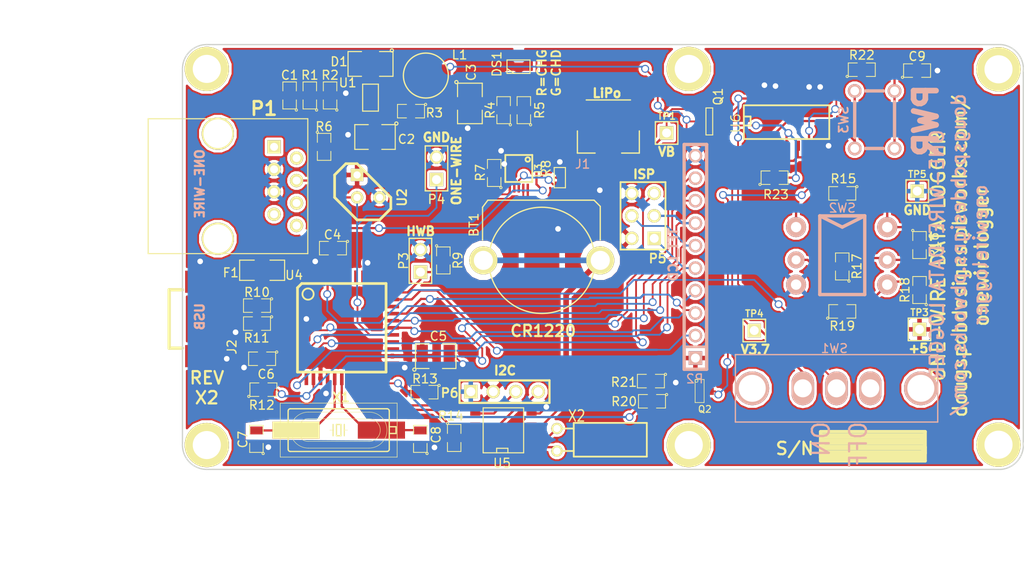
<source format=kicad_pcb>
(kicad_pcb (version 3) (host pcbnew "(2013-05-31 BZR 4019)-stable")
  (title_block (title "One Wire Data Logger") (rev X1))
  (layers (15 F.Cu signal) (0 B.Cu signal) (20 B.SilkS user) (21 F.SilkS user) (22 B.Mask user) (23 F.Mask user) (28 Edge.Cuts user))
  (net 0 "")
  (net 1 +5V)
  (net 2 "/5-Way Switch/SW5WAY")
  (net 3 "/5V Power Supply/3.7V")
  (net 4 "/LiPo Battery Charger/VB-3.7")
  (net 5 /Microprocessor/BKLT)
  (net 6 /Microprocessor/BUSBP)
  (net 7 /Microprocessor/BUSPM)
  (net 8 /Microprocessor/LCDCS)
  (net 9 /Microprocessor/LCDRS)
  (net 10 /Microprocessor/LCDRST)
  (net 11 /Microprocessor/MISO)
  (net 12 /Microprocessor/MOSI)
  (net 13 /Microprocessor/ONE-WIRE)
  (net 14 /Microprocessor/PWR-OFF)
  (net 15 /Microprocessor/RST)
  (net 16 /Microprocessor/SCK)
  (net 17 /Microprocessor/SCLK)
  (net 18 /Microprocessor/SDA)
  (net 19 /Microprocessor/SDCS)
  (net 20 /Microprocessor/USB-DM)
  (net 21 /Microprocessor/USB-DP)
  (net 22 /Microprocessor/USB5V)
  (net 23 /Microprocessor/V5USB)
  (net 24 /Microprocessor/~HWB)
  (net 25 /PowerSwitch/GATE)
  (net 26 GND)
  (net 27 N-0000017)
  (net 28 N-0000018)
  (net 29 N-0000019)
  (net 30 N-0000021)
  (net 31 N-0000022)
  (net 32 N-0000023)
  (net 33 N-0000024)
  (net 34 N-0000025)
  (net 35 N-0000026)
  (net 36 N-0000028)
  (net 37 N-0000039)
  (net 38 N-0000040)
  (net 39 N-0000043)
  (net 40 N-0000044)
  (net 41 N-0000045)
  (net 42 N-0000070)
  (net 43 N-0000071)
  (net 44 N-0000072)
  (net 45 N-0000073)
  (net 46 N-0000077)
  (net 47 N-0000079)
  (net 48 N-0000084)
  (net 49 N-0000085)
  (module IND-3MM (layer F.Cu) (at 75.796 39.0116 180)
    (fp_text reference L1 (at -3.8076 2.334 180) (layer F.SilkS))
    (fp_text value 10uH hide)
    (pad 1 smd rect (at -1.9 0 180) (size 1.8 2.5) (layers F.Cu F.Mask) (net 3 "/5V Power Supply/3.7V"))
    (pad 2 smd rect (at 1.9 0 180) (size 1.8 2.7) (layers F.Cu F.Mask) (net 34 N-0000025))
  )
  (module TQFP44 (layer F.Cu) (at 66.296 67.5116)
    (fp_text reference U4 (at -5.3868 -5.942) (layer F.SilkS))
    (fp_text value ATMEGA32U4-AU hide)
    (pad 39 smd rect (at 0 -5.715) (size 0.4064 1.524) (layers F.Cu F.Mask))
    (pad 40 smd rect (at -0.8001 -5.715) (size 0.4064 1.524) (layers F.Cu F.Mask))
    (pad 41 smd rect (at -1.6002 -5.715) (size 0.4064 1.524) (layers F.Cu F.Mask) (net 2 "/5-Way Switch/SW5WAY"))
    (pad 42 smd rect (at -2.4003 -5.715) (size 0.4064 1.524) (layers F.Cu F.Mask))
    (pad 43 smd rect (at -3.2004 -5.715) (size 0.4064 1.524) (layers F.Cu F.Mask) (net 26 GND))
    (pad 44 smd rect (at -4.0005 -5.715) (size 0.4064 1.524) (layers F.Cu F.Mask) (net 1 +5V))
    (pad 38 smd rect (at 0.8001 -5.715) (size 0.4064 1.524) (layers F.Cu F.Mask))
    (pad 37 smd rect (at 1.6002 -5.715) (size 0.4064 1.524) (layers F.Cu F.Mask))
    (pad 36 smd rect (at 2.4003 -5.715) (size 0.4064 1.524) (layers F.Cu F.Mask))
    (pad 35 smd rect (at 3.2004 -5.715) (size 0.4064 1.524) (layers F.Cu F.Mask) (net 26 GND))
    (pad 34 smd rect (at 4.0005 -5.715) (size 0.4064 1.524) (layers F.Cu F.Mask) (net 1 +5V))
    (pad 17 smd rect (at 0 5.715) (size 0.4064 1.524) (layers F.Cu F.Mask) (net 36 N-0000028))
    (pad 16 smd rect (at -0.8001 5.715) (size 0.4064 1.524) (layers F.Cu F.Mask) (net 38 N-0000040))
    (pad 15 smd rect (at -1.6002 5.715) (size 0.4064 1.524) (layers F.Cu F.Mask) (net 26 GND))
    (pad 14 smd rect (at -2.4003 5.715) (size 0.4064 1.524) (layers F.Cu F.Mask) (net 1 +5V))
    (pad 13 smd rect (at -3.2004 5.715) (size 0.4064 1.524) (layers F.Cu F.Mask) (net 15 /Microprocessor/RST))
    (pad 12 smd rect (at -4.0005 5.715) (size 0.4064 1.524) (layers F.Cu F.Mask) (net 19 /Microprocessor/SDCS))
    (pad 18 smd rect (at 0.8001 5.715) (size 0.4064 1.524) (layers F.Cu F.Mask) (net 17 /Microprocessor/SCLK))
    (pad 19 smd rect (at 1.6002 5.715) (size 0.4064 1.524) (layers F.Cu F.Mask) (net 18 /Microprocessor/SDA))
    (pad 20 smd rect (at 2.4003 5.715) (size 0.4064 1.524) (layers F.Cu F.Mask))
    (pad 21 smd rect (at 3.2004 5.715) (size 0.4064 1.524) (layers F.Cu F.Mask))
    (pad 22 smd rect (at 4.0005 5.715) (size 0.4064 1.524) (layers F.Cu F.Mask) (net 14 /Microprocessor/PWR-OFF))
    (pad 6 smd rect (at -5.715 0) (size 1.524 0.4064) (layers F.Cu F.Mask) (net 37 N-0000039))
    (pad 28 smd rect (at 5.715 0) (size 1.524 0.4064) (layers F.Cu F.Mask) (net 9 /Microprocessor/LCDRS))
    (pad 7 smd rect (at -5.715 0.8001) (size 1.524 0.4064) (layers F.Cu F.Mask) (net 1 +5V))
    (pad 27 smd rect (at 5.715 0.8001) (size 1.524 0.4064) (layers F.Cu F.Mask) (net 13 /Microprocessor/ONE-WIRE))
    (pad 26 smd rect (at 5.715 1.6002) (size 1.524 0.4064) (layers F.Cu F.Mask))
    (pad 8 smd rect (at -5.715 1.6002) (size 1.524 0.4064) (layers F.Cu F.Mask))
    (pad 9 smd rect (at -5.715 2.4003) (size 1.524 0.4064) (layers F.Cu F.Mask) (net 16 /Microprocessor/SCK))
    (pad 25 smd rect (at 5.715 2.4003) (size 1.524 0.4064) (layers F.Cu F.Mask))
    (pad 24 smd rect (at 5.715 3.2004) (size 1.524 0.4064) (layers F.Cu F.Mask) (net 1 +5V))
    (pad 10 smd rect (at -5.715 3.2004) (size 1.524 0.4064) (layers F.Cu F.Mask) (net 12 /Microprocessor/MOSI))
    (pad 11 smd rect (at -5.715 4.0005) (size 1.524 0.4064) (layers F.Cu F.Mask) (net 11 /Microprocessor/MISO))
    (pad 23 smd rect (at 5.715 4.0005) (size 1.524 0.4064) (layers F.Cu F.Mask) (net 26 GND))
    (pad 29 smd rect (at 5.715 -0.8001) (size 1.524 0.4064) (layers F.Cu F.Mask) (net 8 /Microprocessor/LCDCS))
    (pad 5 smd rect (at -5.715 -0.8001) (size 1.524 0.4064) (layers F.Cu F.Mask) (net 26 GND))
    (pad 4 smd rect (at -5.715 -1.6002) (size 1.524 0.4064) (layers F.Cu F.Mask) (net 6 /Microprocessor/BUSBP))
    (pad 30 smd rect (at 5.715 -1.6002) (size 1.524 0.4064) (layers F.Cu F.Mask) (net 10 /Microprocessor/LCDRST))
    (pad 31 smd rect (at 5.715 -2.4003) (size 1.524 0.4064) (layers F.Cu F.Mask))
    (pad 3 smd rect (at -5.715 -2.4003) (size 1.524 0.4064) (layers F.Cu F.Mask) (net 7 /Microprocessor/BUSPM))
    (pad 2 smd rect (at -5.715 -3.2004) (size 1.524 0.4064) (layers F.Cu F.Mask) (net 1 +5V))
    (pad 32 smd rect (at 5.715 -3.2004) (size 1.524 0.4064) (layers F.Cu F.Mask) (net 5 /Microprocessor/BKLT))
    (pad 33 smd rect (at 5.715 -4.0005) (size 1.524 0.4064) (layers F.Cu F.Mask) (net 24 /Microprocessor/~HWB))
    (pad 1 smd rect (at -5.715 -4.0005) (size 1.524 0.4064) (layers F.Cu F.Mask))
  )
  (module SM1210 (layer F.Cu) (at 76.9112 70.7136)
    (fp_text reference C5 (at 0.3048 -2.2606) (layer F.SilkS))
    (fp_text value 10uF hide)
    (pad 1 smd rect (at -1.524 0) (size 1.27 2.54) (layers F.Cu F.Mask) (net 1 +5V))
    (pad 2 smd rect (at 1.524 0) (size 1.27 2.54) (layers F.Cu F.Mask) (net 26 GND))
  )
  (module SM1210 (layer F.Cu) (at 80.772 42.164 270)
    (fp_text reference C3 (at -3.5052 -0.1524 270) (layer F.SilkS))
    (fp_text value 4.7uF hide)
    (pad 1 smd rect (at -1.524 0 270) (size 1.27 2.54) (layers F.Cu F.Mask) (net 3 "/5V Power Supply/3.7V"))
    (pad 2 smd rect (at 1.524 0 270) (size 1.27 2.54) (layers F.Cu F.Mask) (net 26 GND))
  )
  (module SM1210 (layer F.Cu) (at 70.052 45.9546 180)
    (fp_text reference C2 (at -3.556 -0.254 180) (layer F.SilkS))
    (fp_text value 4.7uF hide)
    (pad 1 smd rect (at -1.524 0 180) (size 1.27 2.54) (layers F.Cu F.Mask) (net 1 +5V))
    (pad 2 smd rect (at 1.524 0 180) (size 1.27 2.54) (layers F.Cu F.Mask) (net 26 GND))
  )
  (module SM1206 (layer F.Cu) (at 57.296 61.0116 180)
    (fp_text reference F1 (at 3.539 -0.281 180) (layer F.SilkS))
    (fp_text value FUSE hide)
    (pad 1 smd rect (at -1.651 0 180) (size 1.524 2.032) (layers F.Cu F.Mask) (net 23 /Microprocessor/V5USB))
    (pad 2 smd rect (at 1.651 0 180) (size 1.524 2.032) (layers F.Cu F.Mask) (net 22 /Microprocessor/USB5V))
  )
  (module SM0805 (layer F.Cu) (at 60.4 41.2556 90)
    (fp_text reference C1 (at 2.286 0 180) (layer F.SilkS))
    (fp_text value 680pF hide)
    (pad 1 smd rect (at -0.9525 0 90) (size 0.889 1.397) (layers F.Cu F.Mask) (net 33 N-0000024))
    (pad 2 smd rect (at 0.9525 0 90) (size 0.889 1.397) (layers F.Cu F.Mask) (net 1 +5V))
  )
  (module SM0805 (layer F.Cu) (at 57.44 74.5006)
    (fp_text reference R12 (at -0.19 1.7494) (layer F.SilkS))
    (fp_text value 10K hide)
    (pad 1 smd rect (at -0.9525 0) (size 0.889 1.397) (layers F.Cu F.Mask) (net 1 +5V))
    (pad 2 smd rect (at 0.9525 0) (size 0.889 1.397) (layers F.Cu F.Mask) (net 15 /Microprocessor/RST))
  )
  (module SM0805 (layer F.Cu) (at 65.296 58.5116 180)
    (fp_text reference C4 (at 0.046 1.5116 180) (layer F.SilkS))
    (fp_text value 0.1uF hide)
    (pad 1 smd rect (at -0.9525 0 180) (size 0.889 1.397) (layers F.Cu F.Mask) (net 1 +5V))
    (pad 2 smd rect (at 0.9525 0 180) (size 0.889 1.397) (layers F.Cu F.Mask) (net 26 GND))
  )
  (module SM0805 (layer F.Cu) (at 56.717 65.0046 180)
    (fp_text reference R10 (at 0 1.5 180) (layer F.SilkS))
    (fp_text value 22 hide)
    (pad 1 smd rect (at -0.9525 0 180) (size 0.889 1.397) (layers F.Cu F.Mask) (net 7 /Microprocessor/BUSPM))
    (pad 2 smd rect (at 0.9525 0 180) (size 0.889 1.397) (layers F.Cu F.Mask) (net 20 /Microprocessor/USB-DM))
  )
  (module SM0805 (layer F.Cu) (at 56.717 67.0366 180)
    (fp_text reference R11 (at 0.039 -1.622 180) (layer F.SilkS))
    (fp_text value 22 hide)
    (pad 1 smd rect (at -0.9525 0 180) (size 0.889 1.397) (layers F.Cu F.Mask) (net 6 /Microprocessor/BUSBP))
    (pad 2 smd rect (at 0.9525 0 180) (size 0.889 1.397) (layers F.Cu F.Mask) (net 21 /Microprocessor/USB-DP))
  )
  (module SM0805 (layer F.Cu) (at 57.296 71.0116 180)
    (fp_text reference C6 (at -0.454 -1.7384 180) (layer F.SilkS))
    (fp_text value 1uF hide)
    (pad 1 smd rect (at -0.9525 0 180) (size 0.889 1.397) (layers F.Cu F.Mask) (net 37 N-0000039))
    (pad 2 smd rect (at 0.9525 0 180) (size 0.889 1.397) (layers F.Cu F.Mask) (net 26 GND))
  )
  (module SM0805 (layer F.Cu) (at 64.972 41.2556 90)
    (fp_text reference R2 (at 2.286 0 180) (layer F.SilkS))
    (fp_text value 1K hide)
    (pad 1 smd rect (at -0.9525 0 90) (size 0.889 1.397) (layers F.Cu F.Mask) (net 33 N-0000024))
    (pad 2 smd rect (at 0.9525 0 90) (size 0.889 1.397) (layers F.Cu F.Mask) (net 26 GND))
  )
  (module SM0805 (layer F.Cu) (at 62.686 41.2556 90)
    (fp_text reference R1 (at 2.286 0 180) (layer F.SilkS))
    (fp_text value 3.09K hide)
    (pad 1 smd rect (at -0.9525 0 90) (size 0.889 1.397) (layers F.Cu F.Mask) (net 33 N-0000024))
    (pad 2 smd rect (at 0.9525 0 90) (size 0.889 1.397) (layers F.Cu F.Mask) (net 1 +5V))
  )
  (module SM0805 (layer F.Cu) (at 74.116 43.0336 180)
    (fp_text reference R3 (at -2.6428 -0.1972 180) (layer F.SilkS))
    (fp_text value 1M hide)
    (pad 1 smd rect (at -0.9525 0 180) (size 0.889 1.397) (layers F.Cu F.Mask) (net 3 "/5V Power Supply/3.7V"))
    (pad 2 smd rect (at 0.9525 0 180) (size 0.889 1.397) (layers F.Cu F.Mask) (net 35 N-0000026))
  )
  (module MSOP10-0.5 (layer F.Cu) (at 86.296 49.5116 180)
    (fp_text reference U3 (at -2.204 -0.2384 270) (layer F.SilkS) (effects (font (size 0.762 0.762) (thickness 0.1524))))
    (fp_text value MCP73833 hide)
    (pad 1 smd rect (at -1.016 2.2225 180) (size 0.26924 1.00076) (layers F.Cu F.Mask) (net 23 /Microprocessor/V5USB))
    (pad 2 smd rect (at -0.508 2.2225 180) (size 0.26924 1.00076) (layers F.Cu F.Mask) (net 23 /Microprocessor/V5USB))
    (pad 3 smd rect (at 0 2.2225 180) (size 0.26924 1.00076) (layers F.Cu F.Mask) (net 32 N-0000023))
    (pad 4 smd rect (at 0.508 2.2225 180) (size 0.26924 1.00076) (layers F.Cu F.Mask) (net 28 N-0000018))
    (pad 5 smd rect (at 1.016 2.2225 180) (size 0.26924 1.00076) (layers F.Cu F.Mask) (net 26 GND))
    (pad 6 smd rect (at 1.016 -2.2225 180) (size 0.26924 1.00076) (layers F.Cu F.Mask) (net 27 N-0000017))
    (pad 7 smd rect (at 0.508 -2.2225 180) (size 0.26924 1.00076) (layers F.Cu F.Mask))
    (pad 8 smd rect (at 0 -2.2225 180) (size 0.26924 1.00076) (layers F.Cu F.Mask) (net 29 N-0000019))
    (pad 9 smd rect (at -0.508 -2.2225 180) (size 0.26924 1.00076) (layers F.Cu F.Mask) (net 4 "/LiPo Battery Charger/VB-3.7"))
    (pad 10 smd rect (at -1.016 -2.2225 180) (size 0.26924 1.00076) (layers F.Cu F.Mask) (net 4 "/LiPo Battery Charger/VB-3.7"))
  )
  (module USB-B-MINI (layer F.Cu) (at 46.796 66.5116 270)
    (fp_text reference J2 (at 3.163 -7.088 270) (layer F.SilkS))
    (fp_text value USB-B hide)
    (pad G2 smd rect (at 4.20116 -3.70078 270) (size 2.49936 3.79984) (layers F.Cu F.Mask) (net 26 GND))
    (pad G1 smd rect (at -4.20116 -3.70078 270) (size 2.49936 3.79984) (layers F.Cu F.Mask) (net 26 GND))
    (pad 4 smd rect (at 1.6002 -6.10108 270) (size 0.50038 1.39954) (layers F.Cu F.Mask) (net 26 GND))
    (pad NC smd rect (at 0.8001 -6.10108 270) (size 0.50038 1.39954) (layers F.Cu F.Mask))
    (pad 1 smd rect (at -1.6002 -6.10108 270) (size 0.50038 1.39954) (layers F.Cu F.Mask) (net 22 /Microprocessor/USB5V))
    (pad 2 smd rect (at -0.8001 -6.10108 270) (size 0.50038 1.39954) (layers F.Cu F.Mask) (net 20 /Microprocessor/USB-DM))
    (pad 3 smd rect (at 0 -6.10108 270) (size 0.50038 1.39954) (layers F.Cu F.Mask) (net 21 /Microprocessor/USB-DP))
  )
  (module SOD-123 (layer F.Cu) (at 69.544 37.6996 180)
    (fp_text reference D1 (at 3.556 0.254 180) (layer F.SilkS))
    (fp_text value MBR0520LT1G hide)
    (pad 1 smd rect (at -1.63576 0 180) (size 0.90932 1.2192) (layers F.Cu F.Mask) (net 34 N-0000025))
    (pad 2 smd rect (at 1.63576 0 180) (size 0.90932 1.2192) (layers F.Cu F.Mask) (net 1 +5V))
  )
  (module SOT23-5 (layer F.Cu) (at 69.544 41.5096 270)
    (fp_text reference U1 (at -1.68 2.579 360) (layer F.SilkS))
    (fp_text value LMR62014 hide)
    (pad 1 smd rect (at -0.9525 1.27 270) (size 0.508 0.762) (layers F.Cu F.Mask) (net 34 N-0000025))
    (pad 3 smd rect (at 0.9525 1.27 270) (size 0.508 0.762) (layers F.Cu F.Mask) (net 33 N-0000024))
    (pad 5 smd rect (at -0.9525 -1.27 270) (size 0.508 0.762) (layers F.Cu F.Mask) (net 3 "/5V Power Supply/3.7V"))
    (pad 2 smd rect (at 0 1.27 270) (size 0.508 0.762) (layers F.Cu F.Mask) (net 26 GND))
    (pad 4 smd rect (at 0.9525 -1.27 270) (size 0.508 0.762) (layers F.Cu F.Mask) (net 35 N-0000026))
  )
  (module PIN_ARRAY-10X1 (layer B.Cu) (at 106.25 59.5 90)
    (fp_text reference P2 (at -13.779 -0.078 360) (layer B.SilkS) (effects (justify mirror)))
    (fp_text value TFT_LCD hide)
    (pad 10 thru_hole circle (at 11.43 0 90) (size 1.524 1.524) (drill 1.016) (layers *.Cu *.Mask B.SilkS) (net 26 GND))
    (pad 9 thru_hole circle (at 8.89 0 90) (size 1.524 1.524) (drill 1.016) (layers *.Cu *.Mask B.SilkS) (net 19 /Microprocessor/SDCS))
    (pad 6 thru_hole circle (at 1.27 0 90) (size 1.524 1.524) (drill 1.016) (layers *.Cu *.Mask B.SilkS) (net 12 /Microprocessor/MOSI))
    (pad 5 thru_hole circle (at -1.27 0 90) (size 1.524 1.524) (drill 1.016) (layers *.Cu *.Mask B.SilkS) (net 11 /Microprocessor/MISO))
    (pad 1 thru_hole rect (at -11.43 0 90) (size 1.524 1.524) (drill 1.016) (layers *.Cu *.Mask B.SilkS) (net 1 +5V))
    (pad 2 thru_hole circle (at -8.89 0 90) (size 1.524 1.524) (drill 1.016) (layers *.Cu *.Mask B.SilkS) (net 5 /Microprocessor/BKLT))
    (pad 3 thru_hole circle (at -6.35 0 90) (size 1.524 1.524) (drill 1.016) (layers *.Cu *.Mask B.SilkS) (net 10 /Microprocessor/LCDRST))
    (pad 4 thru_hole circle (at -3.81 0 90) (size 1.524 1.524) (drill 1.016) (layers *.Cu *.Mask B.SilkS) (net 9 /Microprocessor/LCDRS))
    (pad 7 thru_hole circle (at 3.81 0 90) (size 1.524 1.524) (drill 1.016) (layers *.Cu *.Mask B.SilkS) (net 16 /Microprocessor/SCK))
    (pad 8 thru_hole circle (at 6.35 0 90) (size 1.524 1.524) (drill 1.016) (layers *.Cu *.Mask B.SilkS) (net 8 /Microprocessor/LCDCS))
  )
  (module SM0805 (layer F.Cu) (at 86.868 42.926 90)
    (fp_text reference R5 (at 0 1.778 90) (layer F.SilkS))
    (fp_text value 470 hide)
    (pad 1 smd rect (at -0.9525 0 90) (size 0.889 1.397) (layers F.Cu F.Mask) (net 32 N-0000023))
    (pad 2 smd rect (at 0.9525 0 90) (size 0.889 1.397) (layers F.Cu F.Mask) (net 30 N-0000021))
  )
  (module SM0805 (layer F.Cu) (at 84.582 42.926 90)
    (fp_text reference R4 (at 0 -1.524 90) (layer F.SilkS))
    (fp_text value 470 hide)
    (pad 1 smd rect (at -0.9525 0 90) (size 0.889 1.397) (layers F.Cu F.Mask) (net 28 N-0000018))
    (pad 2 smd rect (at 0.9525 0 90) (size 0.889 1.397) (layers F.Cu F.Mask) (net 31 N-0000022))
  )
  (module PIN_ARRAY_2X1 (layer F.Cu) (at 75.1828 59.95 90)
    (fp_text reference P3 (at 0 -1.905 90) (layer F.SilkS))
    (fp_text value CONN_2 hide)
    (pad 1 thru_hole rect (at -1.27 0 90) (size 1.524 1.524) (drill 1.016) (layers *.Cu *.Mask F.SilkS) (net 24 /Microprocessor/~HWB))
    (pad 2 thru_hole circle (at 1.27 0 90) (size 1.524 1.524) (drill 1.016) (layers *.Cu *.Mask F.SilkS) (net 26 GND))
  )
  (module SM0805 (layer F.Cu) (at 77.7736 59.8992 270)
    (fp_text reference R9 (at -0.0036 -1.6374 270) (layer F.SilkS))
    (fp_text value 10K hide)
    (pad 1 smd rect (at -0.9525 0 270) (size 0.889 1.397) (layers F.Cu F.Mask) (net 1 +5V))
    (pad 2 smd rect (at 0.9525 0 270) (size 0.889 1.397) (layers F.Cu F.Mask) (net 24 /Microprocessor/~HWB))
  )
  (module SO8N (layer F.Cu) (at 84.5566 79.0956 90)
    (fp_text reference U5 (at -3.7004 -0.157 180) (layer F.SilkS))
    (fp_text value DS1307 hide)
    (pad 8 smd rect (at -1.905 -3.175 90) (size 0.508 1.143) (layers F.Cu F.Mask) (net 1 +5V))
    (pad 7 smd rect (at -0.635 -3.175 90) (size 0.508 1.143) (layers F.Cu F.Mask))
    (pad 6 smd rect (at 0.635 -3.175 90) (size 0.508 1.143) (layers F.Cu F.Mask) (net 17 /Microprocessor/SCLK))
    (pad 5 smd rect (at 1.905 -3.175 90) (size 0.508 1.143) (layers F.Cu F.Mask) (net 18 /Microprocessor/SDA))
    (pad 4 smd rect (at 1.905 3.175 90) (size 0.508 1.143) (layers F.Cu F.Mask) (net 26 GND))
    (pad 3 smd rect (at 0.635 3.175 90) (size 0.508 1.143) (layers F.Cu F.Mask) (net 39 N-0000043))
    (pad 2 smd rect (at -0.635 3.175 90) (size 0.508 1.143) (layers F.Cu F.Mask) (net 41 N-0000045))
    (pad 1 smd rect (at -1.905 3.175 90) (size 0.508 1.143) (layers F.Cu F.Mask) (net 40 N-0000044))
  )
  (module SM0805 (layer F.Cu) (at 78.994 79.9592 270)
    (fp_text reference R14 (at -2.4892 0.381 360) (layer F.SilkS))
    (fp_text value 10K hide)
    (pad 1 smd rect (at -0.9525 0 270) (size 0.889 1.397) (layers F.Cu F.Mask) (net 17 /Microprocessor/SCLK))
    (pad 2 smd rect (at 0.9525 0 270) (size 0.889 1.397) (layers F.Cu F.Mask) (net 1 +5V))
  )
  (module SM0805 (layer F.Cu) (at 75.64 74.7836 180)
    (fp_text reference R13 (at -0.052 1.5046 180) (layer F.SilkS))
    (fp_text value 10K hide)
    (pad 1 smd rect (at -0.9525 0 180) (size 0.889 1.397) (layers F.Cu F.Mask) (net 18 /Microprocessor/SDA))
    (pad 2 smd rect (at 0.9525 0 180) (size 0.889 1.397) (layers F.Cu F.Mask) (net 1 +5V))
  )
  (module SM0805 (layer F.Cu) (at 83.514 50.0186 90)
    (fp_text reference R7 (at 0.029 -1.563 90) (layer F.SilkS))
    (fp_text value 2.2K hide)
    (pad 1 smd rect (at -0.9525 0 90) (size 0.889 1.397) (layers F.Cu F.Mask) (net 27 N-0000017))
    (pad 2 smd rect (at 0.9525 0 90) (size 0.889 1.397) (layers F.Cu F.Mask) (net 26 GND))
  )
  (module SM0603 (layer F.Cu) (at 90.932 50.546 90)
    (fp_text reference R8 (at 1.034 -1.5524 90) (layer F.SilkS))
    (fp_text value NTC-10K hide)
    (pad 1 smd rect (at -0.762 0 90) (size 0.635 1.143) (layers F.Cu F.Mask) (net 29 N-0000019))
    (pad 2 smd rect (at 0.762 0 90) (size 0.635 1.143) (layers F.Cu F.Mask) (net 26 GND))
  )
  (module SM0805 (layer F.Cu) (at 64.298 47.0686 270)
    (fp_text reference R6 (at -2.286 0 360) (layer F.SilkS))
    (fp_text value 4.7K hide)
    (pad 1 smd rect (at -0.9525 0 270) (size 0.889 1.397) (layers F.Cu F.Mask) (net 1 +5V))
    (pad 2 smd rect (at 0.9525 0 270) (size 0.889 1.397) (layers F.Cu F.Mask) (net 13 /Microprocessor/ONE-WIRE))
  )
  (module MTG-4-40-SMALL (layer F.Cu) (at 52.296 39.5116)
    (fp_text reference MTG1 hide)
    (fp_text value CONN_1 hide)
    (pad 1 thru_hole circle (at -1.25 -1.25) (size 5 5) (drill 3.174999) (layers *.Cu *.Mask F.SilkS))
  )
  (module MTG-4-40-SMALL (layer F.Cu) (at 104 39.5116)
    (fp_text reference MTG4 hide)
    (fp_text value CONN_1 hide)
    (pad 1 thru_hole circle (at 1.5 -1.25) (size 5 5) (drill 3.174999) (layers *.Cu *.Mask F.SilkS))
  )
  (module MTG-4-40-SMALL (layer F.Cu) (at 52.296 76.7616)
    (fp_text reference MTG3 hide)
    (fp_text value CONN_1 hide)
    (pad 1 thru_hole circle (at -1.25 4) (size 5 5) (drill 3.174999) (layers *.Cu *.Mask F.SilkS))
  )
  (module MTG-4-40-SMALL (layer F.Cu) (at 104.296 76.7616)
    (fp_text reference MTG2 hide)
    (fp_text value CONN_1 hide)
    (pad 1 thru_hole circle (at 1.204 4) (size 5 5) (drill 3.174999) (layers *.Cu *.Mask F.SilkS))
  )
  (module SM0805 (layer F.Cu) (at 131.572 58.166 270)
    (fp_text reference R16 (at 0 -1.651 270) (layer F.SilkS))
    (fp_text value 1K hide)
    (pad 1 smd rect (at -0.9525 0 270) (size 0.889 1.397) (layers F.Cu F.Mask) (net 45 N-0000073))
    (pad 2 smd rect (at 0.9525 0 270) (size 0.889 1.397) (layers F.Cu F.Mask) (net 44 N-0000072))
  )
  (module SM0805 (layer F.Cu) (at 122.845 52.3264 180)
    (fp_text reference R15 (at -0.127 1.651 180) (layer F.SilkS))
    (fp_text value 3.3K hide)
    (pad 1 smd rect (at -0.9525 0 180) (size 0.889 1.397) (layers F.Cu F.Mask) (net 45 N-0000073))
    (pad 2 smd rect (at 0.9525 0 180) (size 0.889 1.397) (layers F.Cu F.Mask) (net 43 N-0000071))
  )
  (module SM0805 (layer F.Cu) (at 122.845 60.5814 90)
    (fp_text reference R17 (at 0 1.651 90) (layer F.SilkS))
    (fp_text value 560 hide)
    (pad 1 smd rect (at -0.9525 0 90) (size 0.889 1.397) (layers F.Cu F.Mask) (net 42 N-0000070))
    (pad 2 smd rect (at 0.9525 0 90) (size 0.889 1.397) (layers F.Cu F.Mask) (net 44 N-0000072))
  )
  (module SM0805 (layer F.Cu) (at 122.845 65.6614)
    (fp_text reference R19 (at 0 1.651) (layer F.SilkS))
    (fp_text value 330 hide)
    (pad 1 smd rect (at -0.9525 0) (size 0.889 1.397) (layers F.Cu F.Mask) (net 42 N-0000070))
    (pad 2 smd rect (at 0.9525 0) (size 0.889 1.397) (layers F.Cu F.Mask) (net 2 "/5-Way Switch/SW5WAY"))
  )
  (module SM0805 (layer F.Cu) (at 131.572 63.246 90)
    (fp_text reference R18 (at 0 -1.651 90) (layer F.SilkS))
    (fp_text value 1.8K hide)
    (pad 1 smd rect (at -0.9525 0 90) (size 0.889 1.397) (layers F.Cu F.Mask) (net 1 +5V))
    (pad 2 smd rect (at 0.9525 0 90) (size 0.889 1.397) (layers F.Cu F.Mask) (net 2 "/5-Way Switch/SW5WAY"))
  )
  (module SW5WAY (layer B.Cu) (at 127.925 56.1364 270)
    (fp_text reference SW2 (at -2.159 5.08 360) (layer B.SilkS) (effects (justify mirror)))
    (fp_text value SW5WAY hide)
    (pad 1 thru_hole circle (at 0 0 270) (size 2.2606 2.2606) (drill 1.17094) (layers *.Cu *.Mask B.SilkS) (net 45 N-0000073))
    (pad 2 thru_hole circle (at 3.70078 0 270) (size 1.91008 1.91008) (drill 1.021079) (layers *.Cu *.Mask B.SilkS) (net 44 N-0000072))
    (pad 3 thru_hole circle (at 6.49986 0 270) (size 2.2606 2.2606) (drill 1.17094) (layers *.Cu *.Mask B.SilkS) (net 2 "/5-Way Switch/SW5WAY"))
    (pad 4 thru_hole circle (at 6.49986 10.2997 270) (size 2.2606 2.2606) (drill 1.17094) (layers *.Cu *.Mask B.SilkS) (net 26 GND))
    (pad 5 thru_hole circle (at 3.70078 10.2997 270) (size 1.91008 1.91008) (drill 1.021079) (layers *.Cu *.Mask B.SilkS) (net 42 N-0000070))
    (pad 6 thru_hole circle (at 0 10.2997 270) (size 2.2606 2.2606) (drill 1.17094) (layers *.Cu *.Mask B.SilkS) (net 43 N-0000071))
  )
  (module MTG-4-40-SMALL (layer F.Cu) (at 140.498 38.3056)
    (fp_text reference MTG6 hide)
    (fp_text value CONN_1 hide)
    (pad 1 thru_hole circle (at 0 0) (size 5 5) (drill 3.174999) (layers *.Cu *.Mask F.SilkS))
  )
  (module MTG-4-40-SMALL (layer F.Cu) (at 140.498 80.7236)
    (fp_text reference MTG5 hide)
    (fp_text value CONN_1 hide)
    (pad 1 thru_hole circle (at 0 0) (size 5 5) (drill 3.174999) (layers *.Cu *.Mask F.SilkS))
  )
  (module FIDUCIAL (layer F.Cu) (at 135.164 79.9616)
    (fp_text reference FID1 hide)
    (fp_text value CONN_1 hide)
    (pad 1 smd circle (at 0 0) (size 1 1) (layers F.Cu F.Mask) (clearance 1))
  )
  (module FIDUCIAL (layer F.Cu) (at 56.424 39.4486)
    (fp_text reference FID2 hide)
    (fp_text value CONN_1 hide)
    (pad 1 smd circle (at 0 0) (size 1 1) (layers F.Cu F.Mask) (clearance 1))
  )
  (module SM0805 (layer F.Cu) (at 75.1692 80.0632 90)
    (fp_text reference C8 (at 0.4572 1.778 90) (layer F.SilkS))
    (fp_text value 18pF hide)
    (pad 1 smd rect (at -0.9525 0 90) (size 0.889 1.397) (layers F.Cu F.Mask) (net 26 GND))
    (pad 2 smd rect (at 0.9525 0 90) (size 0.889 1.397) (layers F.Cu F.Mask) (net 36 N-0000028))
  )
  (module SM0805 (layer F.Cu) (at 56.6526 80.0632 90)
    (fp_text reference C7 (at -0.0738 -1.5346 90) (layer F.SilkS))
    (fp_text value 18pF hide)
    (pad 1 smd rect (at -0.9525 0 90) (size 0.889 1.397) (layers F.Cu F.Mask) (net 26 GND))
    (pad 2 smd rect (at 0.9525 0 90) (size 0.889 1.397) (layers F.Cu F.Mask) (net 38 N-0000040))
  )
  (module crystal-HC49UP (layer F.Cu) (at 65.949 79.0726)
    (fp_text reference X1 (at 0.2688 -3.7108) (layer F.SilkS) (effects (font (size 1.016 1.016) (thickness 0.2032))))
    (fp_text value CRYSTAL hide)
    (pad 1 smd rect (at -4.826 0) (size 5.334 1.9304) (layers F.Cu F.SilkS F.Mask) (net 38 N-0000040))
    (pad 2 smd rect (at 4.826 0) (size 5.334 1.9304) (layers F.Cu F.Mask) (net 36 N-0000028))
  )
  (module SW-SPDT-SLIDE (layer B.Cu) (at 122.2 74.35)
    (fp_text reference SW1 (at -0.25 -4.5) (layer B.SilkS) (effects (justify mirror)))
    (fp_text value SW-SPDT hide)
    (pad 1 thru_hole oval (at -3.81 0) (size 2.54 3.81) (drill 2.032) (layers *.Cu *.Mask B.SilkS) (net 3 "/5V Power Supply/3.7V"))
    (pad 2 thru_hole oval (at 0 0) (size 2.54 3.81) (drill 2.032) (layers *.Cu *.Mask B.SilkS) (net 4 "/LiPo Battery Charger/VB-3.7"))
    (pad 3 thru_hole oval (at 3.81 0) (size 2.54 3.81) (drill 2.032) (layers *.Cu *.Mask B.SilkS))
    (pad "" thru_hole circle (at -9.525 0) (size 3.81 3.81) (drill 3.048) (layers *.Cu *.Mask B.SilkS))
    (pad "" thru_hole circle (at 9.525 0) (size 3.81 3.81) (drill 3.048) (layers *.Cu *.Mask B.SilkS))
  )
  (module RJ45_8-TH (layer F.Cu) (at 52.296 51.5116 270)
    (fp_text reference P1 (at -8.7616 -5.204 360) (layer F.SilkS) (effects (font (size 1.524 1.524) (thickness 0.3048))))
    (fp_text value CNT-RJ45-8 hide)
    (pad Hole thru_hole circle (at 5.93852 0 270) (size 3.64998 3.64998) (drill 3.2512) (layers *.Cu *.Mask F.SilkS))
    (pad Hole thru_hole circle (at -5.9309 0 270) (size 3.64998 3.64998) (drill 3.2512) (layers *.Cu *.Mask F.SilkS))
    (pad 1 thru_hole rect (at -4.445 -6.35 270) (size 1.50114 1.50114) (drill 0.89916) (layers *.Cu *.Mask F.SilkS))
    (pad 2 thru_hole circle (at -3.175 -8.89 270) (size 1.50114 1.50114) (drill 0.89916) (layers *.Cu *.Mask F.SilkS))
    (pad 3 thru_hole circle (at -1.905 -6.35 270) (size 1.50114 1.50114) (drill 0.89916) (layers *.Cu *.Mask F.SilkS) (net 26 GND))
    (pad 4 thru_hole circle (at -0.635 -8.89 270) (size 1.50114 1.50114) (drill 0.89916) (layers *.Cu *.Mask F.SilkS) (net 13 /Microprocessor/ONE-WIRE))
    (pad 5 thru_hole circle (at 0.635 -6.35 270) (size 1.50114 1.50114) (drill 0.89916) (layers *.Cu *.Mask F.SilkS) (net 26 GND))
    (pad 6 thru_hole circle (at 1.905 -8.89 270) (size 1.50114 1.50114) (drill 0.89916) (layers *.Cu *.Mask F.SilkS))
    (pad 7 thru_hole circle (at 3.175 -6.35 270) (size 1.50114 1.50114) (drill 0.89916) (layers *.Cu *.Mask F.SilkS))
    (pad 8 thru_hole circle (at 4.445 -8.89 270) (size 1.50114 1.50114) (drill 0.89916) (layers *.Cu *.Mask F.SilkS))
  )
  (module JST-2-SMT (layer F.Cu) (at 96.4184 45.7708)
    (fp_text reference J1 (at -2.9045 3.2444) (layer B.SilkS))
    (fp_text value JST_2 hide)
    (fp_text user "" (at -2.20218 5.3848) (layer B.SilkS) (effects (font (size 1.4224 1.4224) (thickness 0.0889))))
    (fp_text user "" (at 2.98196 5.3848) (layer B.SilkS) (effects (font (size 1.4224 1.4224) (thickness 0.0889))))
    (pad 1 smd rect (at -1 3) (size 1 3) (layers F.Cu F.Mask) (net 26 GND))
    (pad 2 smd rect (at 1 3) (size 1 3) (layers F.Cu F.Mask) (net 4 "/LiPo Battery Charger/VB-3.7"))
    (pad NC1 smd rect (at -3.35 -2.5) (size 1.5 3.4) (layers F.Cu F.Mask))
    (pad NC2 smd rect (at 3.35 -2.5) (size 1.5 3.4) (layers F.Cu F.Mask))
  )
  (module SW-PB-6MM (layer B.Cu) (at 126.5 44 90)
    (fp_text reference SW3 (at 0 -3.5 90) (layer B.SilkS) (effects (font (size 1.016 1.016) (thickness 0.2032)) (justify mirror)))
    (fp_text value SW_PUSH_OMRON hide)
    (pad 2 thru_hole circle (at 3.2512 2.25044 90) (size 1.5494 1.5494) (drill 1.00076) (layers *.Cu *.Mask B.SilkS) (net 47 N-0000079))
    (pad 4 thru_hole circle (at 3.2512 -2.25044 90) (size 1.5494 1.5494) (drill 1.00076) (layers *.Cu *.Mask B.SilkS) (net 48 N-0000084))
    (pad 1 thru_hole circle (at -3.2512 2.25044 90) (size 1.5494 1.5494) (drill 1.00076) (layers *.Cu *.Mask B.SilkS) (net 47 N-0000079))
    (pad 3 thru_hole circle (at -3.2512 -2.25044 90) (size 1.5494 1.5494) (drill 1.00076) (layers *.Cu *.Mask B.SilkS) (net 48 N-0000084))
  )
  (module SOT23 (layer F.Cu) (at 106.73 74.69 270)
    (fp_text reference Q2 (at 2.018 -0.585 360) (layer F.SilkS) (effects (font (size 0.762 0.762) (thickness 0.11938))))
    (fp_text value 2N3904 hide)
    (pad 3 smd rect (at 0 -1.09982 270) (size 0.8001 1.00076) (layers F.Cu F.Mask) (net 49 N-0000085))
    (pad 2 smd rect (at 0.9525 1.09982 270) (size 0.8001 1.00076) (layers F.Cu F.Mask) (net 46 N-0000077))
    (pad 1 smd rect (at -0.9525 1.09982 270) (size 0.8001 1.00076) (layers F.Cu F.Mask) (net 26 GND))
  )
  (module SO14E (layer F.Cu) (at 116.55 44.15)
    (fp_text reference U6 (at -5.75 0.25 90) (layer F.SilkS) (effects (font (size 1.016 1.143) (thickness 0.127))))
    (fp_text value MC14093 hide)
    (pad 1 smd rect (at -3.81 2.794) (size 0.508 1.143) (layers F.Cu F.Mask) (net 48 N-0000084))
    (pad 2 smd rect (at -2.54 2.794) (size 0.508 1.143) (layers F.Cu F.Mask) (net 48 N-0000084))
    (pad 3 smd rect (at -1.27 2.794) (size 0.508 1.143) (layers F.Cu F.Mask) (net 49 N-0000085))
    (pad 4 smd rect (at 0 2.794) (size 0.508 1.143) (layers F.Cu F.Mask) (net 25 /PowerSwitch/GATE))
    (pad 5 smd rect (at 1.27 2.794) (size 0.508 1.143) (layers F.Cu F.Mask) (net 49 N-0000085))
    (pad 6 smd rect (at 2.54 2.794) (size 0.508 1.143) (layers F.Cu F.Mask) (net 49 N-0000085))
    (pad 7 smd rect (at 3.81 2.794) (size 0.508 1.143) (layers F.Cu F.Mask) (net 26 GND))
    (pad 8 smd rect (at 3.81 -2.54) (size 0.508 1.143) (layers F.Cu F.Mask) (net 26 GND))
    (pad 9 smd rect (at 2.54 -2.54) (size 0.508 1.143) (layers F.Cu F.Mask) (net 26 GND))
    (pad 10 smd rect (at 1.27 -2.54) (size 0.508 1.143) (layers F.Cu F.Mask))
    (pad 11 smd rect (at 0 -2.54) (size 0.508 1.143) (layers F.Cu F.Mask))
    (pad 12 smd rect (at -1.27 -2.54) (size 0.508 1.143) (layers F.Cu F.Mask) (net 26 GND))
    (pad 13 smd rect (at -2.54 -2.54) (size 0.508 1.143) (layers F.Cu F.Mask) (net 26 GND))
    (pad 14 smd rect (at -3.81 -2.54) (size 0.508 1.143) (layers F.Cu F.Mask) (net 4 "/LiPo Battery Charger/VB-3.7"))
  )
  (module SM0805 (layer F.Cu) (at 125.05 38.35)
    (fp_text reference R22 (at 0 -1.65) (layer F.SilkS))
    (fp_text value 100K hide)
    (pad 1 smd rect (at -0.9525 0) (size 0.889 1.397) (layers F.Cu F.Mask) (net 49 N-0000085))
    (pad 2 smd rect (at 0.9525 0) (size 0.889 1.397) (layers F.Cu F.Mask) (net 47 N-0000079))
  )
  (module SM0805 (layer F.Cu) (at 131.3 38.45)
    (fp_text reference C9 (at 0 -1.6) (layer F.SilkS))
    (fp_text value 0.1uF hide)
    (pad 1 smd rect (at -0.9525 0) (size 0.889 1.397) (layers F.Cu F.Mask) (net 47 N-0000079))
    (pad 2 smd rect (at 0.9525 0) (size 0.889 1.397) (layers F.Cu F.Mask) (net 26 GND))
  )
  (module SM0805 (layer F.Cu) (at 115.2 50.55)
    (fp_text reference R23 (at 0.15 1.9) (layer F.SilkS))
    (fp_text value 100K hide)
    (pad 1 smd rect (at -0.9525 0) (size 0.889 1.397) (layers F.Cu F.Mask) (net 48 N-0000084))
    (pad 2 smd rect (at 0.9525 0) (size 0.889 1.397) (layers F.Cu F.Mask) (net 25 /PowerSwitch/GATE))
  )
  (module SM0805 (layer F.Cu) (at 101.346 75.819 180)
    (fp_text reference R20 (at 3.1496 -0.0254 180) (layer F.SilkS))
    (fp_text value 1K hide)
    (pad 1 smd rect (at -0.9525 0 180) (size 0.889 1.397) (layers F.Cu F.Mask) (net 46 N-0000077))
    (pad 2 smd rect (at 0.9525 0 180) (size 0.889 1.397) (layers F.Cu F.Mask) (net 14 /Microprocessor/PWR-OFF))
  )
  (module SOT23GDS (layer F.Cu) (at 107.823 44.196 270)
    (fp_text reference Q1 (at -2.8 -1 270) (layer F.SilkS))
    (fp_text value DMG3415U-7 hide)
    (pad S smd rect (at -0.889 -1.016 270) (size 0.9144 0.9144) (layers F.Cu F.Mask) (net 4 "/LiPo Battery Charger/VB-3.7"))
    (pad G smd rect (at 0.889 -1.016 270) (size 0.9144 0.9144) (layers F.Cu F.Mask) (net 25 /PowerSwitch/GATE))
    (pad D smd rect (at 0 1.016 270) (size 0.9144 0.9144) (layers F.Cu F.Mask) (net 3 "/5V Power Supply/3.7V"))
  )
  (module PIN_ARRAY_2X1 (layer F.Cu) (at 77 49.5 90)
    (fp_text reference P4 (at -3.5 0 180) (layer F.SilkS) (effects (font (size 1.016 1.016) (thickness 0.1524))))
    (fp_text value CONN_2 hide)
    (pad 1 thru_hole rect (at -1.27 0 90) (size 1.524 1.524) (drill 1.016) (layers *.Cu *.Mask F.SilkS) (net 13 /Microprocessor/ONE-WIRE))
    (pad 2 thru_hole circle (at 1.27 0 90) (size 1.524 1.524) (drill 1.016) (layers *.Cu *.Mask F.SilkS) (net 26 GND))
  )
  (module PIN_ARRAY_1 (layer F.Cu) (at 103 45.5)
    (fp_text reference TP1 (at 0 -1.905) (layer F.SilkS) (effects (font (size 0.762 0.762) (thickness 0.1524))))
    (fp_text value TST hide)
    (pad 1 thru_hole rect (at 0 0) (size 1.524 1.524) (drill 1.016) (layers *.Cu *.Mask F.SilkS) (net 4 "/LiPo Battery Charger/VB-3.7"))
  )
  (module SM0805 (layer F.Cu) (at 101.219 73.533 180)
    (fp_text reference R21 (at 3.048 -0.127 180) (layer F.SilkS) (effects (font (size 1.016 1.016) (thickness 0.1524))))
    (fp_text value 10K hide)
    (pad 1 smd rect (at -0.9525 0 180) (size 0.889 1.397) (layers F.Cu F.Mask) (net 26 GND))
    (pad 2 smd rect (at 0.9525 0 180) (size 0.889 1.397) (layers F.Cu F.Mask) (net 14 /Microprocessor/PWR-OFF))
  )
  (module QMONTRE (layer F.Cu) (at 90.6018 80.1624 90)
    (fp_text reference X2 (at 2.6924 2.2352 180) (layer F.SilkS) (effects (font (size 1.27 1.016) (thickness 0.1524))))
    (fp_text value 32.768KHz hide)
    (pad 1 thru_hole circle (at -1.27 0 90) (size 1.27 1.27) (drill 0.8128) (layers *.Cu *.Mask F.SilkS) (net 40 N-0000044))
    (pad 2 thru_hole circle (at 1.27 0 90) (size 1.27 1.27) (drill 0.8128) (layers *.Cu *.Mask F.SilkS) (net 41 N-0000045))
  )
  (module PIN_ARRAY_1 (layer F.Cu) (at 112.903 67.818)
    (fp_text reference TP4 (at 0 -1.905) (layer F.SilkS) (effects (font (size 0.762 0.762) (thickness 0.1524))))
    (fp_text value TST hide)
    (pad 1 thru_hole rect (at 0 0) (size 1.524 1.524) (drill 1.016) (layers *.Cu *.Mask F.SilkS) (net 3 "/5V Power Supply/3.7V"))
  )
  (module REV_BLOCK (layer F.Cu) (at 125.857 81.026)
    (fp_text reference REV_BLOCK1 hide)
    (fp_text value REV_BLOCK hide)
  )
  (module PIN_ARRAY_1 (layer F.Cu) (at 131.572 67.691)
    (fp_text reference TP3 (at 0 -1.905) (layer F.SilkS) (effects (font (size 0.762 0.762) (thickness 0.1524))))
    (fp_text value TST hide)
    (pad 1 thru_hole rect (at 0 0) (size 1.524 1.524) (drill 1.016) (layers *.Cu *.Mask F.SilkS) (net 1 +5V))
  )
  (module PIN_ARRAY_1 (layer F.Cu) (at 131.318 52.07)
    (fp_text reference TP5 (at 0 -1.905) (layer F.SilkS) (effects (font (size 0.762 0.762) (thickness 0.1524))))
    (fp_text value TST hide)
    (pad 1 thru_hole rect (at 0 0) (size 1.524 1.524) (drill 1.016) (layers *.Cu *.Mask F.SilkS) (net 26 GND))
  )
  (module SOT23_LED2C (layer F.Cu) (at 86.296 38.0116)
    (fp_text reference DS1 (at -2.476 -0.2926 90) (layer F.SilkS))
    (fp_text value LED2C_CA hide)
    (pad 3 smd rect (at 0 -1.27) (size 0.70104 1.00076) (layers F.Cu F.Mask) (net 23 /Microprocessor/V5USB))
    (pad 1 smd rect (at 0.9525 1.27) (size 0.70104 1.00076) (layers F.Cu F.Mask) (net 30 N-0000021))
    (pad 2 smd rect (at -0.9525 1.27) (size 0.70104 1.00076) (layers F.Cu F.Mask) (net 31 N-0000022))
  )
  (module pin_array_3x2 (layer F.Cu) (at 100.33 54.864 90)
    (fp_text reference P5 (at -4.826 1.651 180) (layer F.SilkS) (effects (font (size 1.016 1.016) (thickness 0.2032))))
    (fp_text value CONN_3X2 hide)
    (pad 1 thru_hole rect (at -2.54 1.27 90) (size 1.524 1.524) (drill 1.016) (layers *.Cu *.Mask F.SilkS) (net 11 /Microprocessor/MISO))
    (pad 2 thru_hole circle (at -2.54 -1.27 90) (size 1.524 1.524) (drill 1.016) (layers *.Cu *.Mask F.SilkS) (net 1 +5V))
    (pad 3 thru_hole circle (at 0 1.27 90) (size 1.524 1.524) (drill 1.016) (layers *.Cu *.Mask F.SilkS) (net 16 /Microprocessor/SCK))
    (pad 4 thru_hole circle (at 0 -1.27 90) (size 1.524 1.524) (drill 1.016) (layers *.Cu *.Mask F.SilkS) (net 12 /Microprocessor/MOSI))
    (pad 5 thru_hole circle (at 2.54 1.27 90) (size 1.524 1.524) (drill 1.016) (layers *.Cu *.Mask F.SilkS) (net 15 /Microprocessor/RST))
    (pad 6 thru_hole circle (at 2.54 -1.27 90) (size 1.524 1.524) (drill 1.016) (layers *.Cu *.Mask F.SilkS) (net 26 GND))
  )
  (module PIN_ARRAY_4x1 (layer F.Cu) (at 84.6836 74.7268)
    (fp_text reference P6 (at -6.1976 0.1524) (layer F.SilkS) (effects (font (size 1.016 1.016) (thickness 0.2032))))
    (fp_text value CONN_4 hide)
    (pad 1 thru_hole rect (at -3.81 0) (size 1.524 1.524) (drill 1.016) (layers *.Cu *.Mask F.SilkS) (net 26 GND))
    (pad 2 thru_hole circle (at -1.27 0) (size 1.524 1.524) (drill 1.016) (layers *.Cu *.Mask F.SilkS) (net 1 +5V))
    (pad 3 thru_hole circle (at 1.27 0) (size 1.524 1.524) (drill 1.016) (layers *.Cu *.Mask F.SilkS) (net 18 /Microprocessor/SDA))
    (pad 4 thru_hole circle (at 3.81 0) (size 1.524 1.524) (drill 1.016) (layers *.Cu *.Mask F.SilkS) (net 17 /Microprocessor/SCLK))
  )
  (module BATTERY_12MM (layer F.Cu) (at 88.9 59.8932)
    (fp_text reference BT1 (at -7.6708 -4.0132 90) (layer F.SilkS))
    (fp_text value BATTERY hide)
    (pad 2 smd rect (at 0 0) (size 3.9624 3.9624) (layers F.Cu F.Mask) (net 26 GND) (clearance 0.635))
    (pad 1 thru_hole circle (at -6.604 0) (size 3.175 3.175) (drill 2.159) (layers *.Cu *.Mask F.SilkS) (net 39 N-0000043) (clearance 0.635))
    (pad 1 thru_hole circle (at 6.604 0) (size 3.175 3.175) (drill 2.159) (layers *.Cu *.Mask F.SilkS) (net 39 N-0000043) (clearance 0.635))
  )
  (module TO92-123 (layer F.Cu) (at 69.296 51.5116 90)
    (fp_text reference U2 (at -1.27 3.81 90) (layer F.SilkS) (effects (font (size 1.016 1.016) (thickness 0.2032))))
    (fp_text value DS18S20+ hide)
    (pad 3 thru_hole rect (at 1.27 -1.27 90) (size 1.397 1.397) (drill 0.8128) (layers *.Cu *.Mask F.SilkS) (net 1 +5V))
    (pad 2 thru_hole circle (at -1.27 -1.27 90) (size 1.397 1.397) (drill 0.8128) (layers *.Cu *.Mask F.SilkS) (net 13 /Microprocessor/ONE-WIRE))
    (pad 1 thru_hole circle (at -1.27 1.27 90) (size 1.397 1.397) (drill 0.8128) (layers *.Cu *.Mask F.SilkS) (net 26 GND))
  )
  (gr_text I2C (at 84.7344 72.3392) (layer F.SilkS) (effects (font (size 1 1) (thickness 0.25))))
  (gr_text ISP (at 100.457 50.165) (layer F.SilkS) (effects (font (size 1 1) (thickness 0.25))))
  (gr_text VB (at 102.997 47.625) (layer F.SilkS) (effects (font (size 1 1) (thickness 0.25))))
  (gr_text GND (at 131.318 54.229) (layer F.SilkS) (effects (font (size 1 1) (thickness 0.25))))
  (gr_text +5 (at 131.445 69.85) (layer F.SilkS) (effects (font (size 1 1) (thickness 0.25))))
  (gr_text V3.7 (at 113.03 69.977) (layer F.SilkS) (effects (font (size 1 1) (thickness 0.25))))
  (gr_text "REV\nX2" (at 51.054 74.295) (layer F.SilkS) (effects (font (size 1.397 1.397) (thickness 0.25))))
  (gr_text S/N (at 117.475 81.153) (layer F.SilkS) (effects (font (size 1.397 1.397) (thickness 0.25))))
  (gr_text "R=CHG\nG=CHD" (at 89.7128 38.7096 90) (layer F.SilkS) (effects (font (size 1 1) (thickness 0.2))))
  (gr_text LiPo (at 96.25 41) (layer F.SilkS) (effects (font (size 1 1) (thickness 0.25))))
  (gr_text USB (at 50.25 66.25 90) (layer B.SilkS) (effects (font (size 1 1) (thickness 0.25)) (justify mirror)))
  (gr_text ONE-WIRE (at 50.25 51.25 90) (layer B.SilkS) (effects (font (size 1 1) (thickness 0.25)) (justify mirror)))
  (gr_text CR1220 (at 89.0524 67.8688) (layer F.SilkS) (effects (font (size 1.27 1.27) (thickness 0.25))))
  (gr_text TFT_LCD (at 103.75 59.25 90) (layer B.SilkS) (effects (font (size 1 1) (thickness 0.25)) (justify mirror)))
  (gr_text ONE-WIRE (at 79.25 49.75 90) (layer F.SilkS) (effects (font (size 1 1) (thickness 0.25))))
  (gr_text GND (at 77 46) (layer F.SilkS) (effects (font (size 1 1) (thickness 0.25))))
  (gr_text PWR (at 132.3 44.1 90) (layer B.SilkS) (effects (font (size 2.54 2.54) (thickness 0.635)) (justify mirror)))
  (gr_text OFF (at 124.65 80.75 90) (layer B.SilkS) (effects (font (size 1.905 1.905) (thickness 0.254)) (justify mirror)))
  (gr_text ON (at 120.45 80.1 90) (layer B.SilkS) (effects (font (size 1.905 1.905) (thickness 0.254)) (justify mirror)))
  (gr_text "ONE-WIRE DATA LOGGER\ndougspcbdesigns.pbworks.com/\nonewirelogger" (at 136.144 59.436 90) (layer F.SilkS) (effects (font (size 1.524 1.524) (thickness 0.25))))
  (gr_text "ONE-WIRE DATA LOGGER\ndougspcbdesigns.pbworks.com/\nonewirelogger" (at 136 59.25 90) (layer B.SilkS) (effects (font (size 1.524 1.524) (thickness 0.25)) (justify mirror)))
  (gr_text HWB (at 75.2 56.6) (layer F.SilkS) (effects (font (size 1 1) (thickness 0.25))))
  (gr_line (start 51.046 35.5116) (end 140.796 35.5116) (angle 90) (layer Edge.Cuts) (width 0.15))
  (gr_line (start 48.296 80.7616) (end 48.296 38.2616) (angle 90) (layer Edge.Cuts) (width 0.15))
  (gr_line (start 140.796 83.5116) (end 51.046 83.5116) (angle 90) (layer Edge.Cuts) (width 0.15))
  (gr_line (start 143.296 38.5116) (end 143.296 80.7616) (angle 90) (layer Edge.Cuts) (width 0.15))
  (gr_arc (start 51.046 80.7616) (end 51.046 83.5116) (angle 90) (layer Edge.Cuts) (width 0.15))
  (gr_arc (start 140.546 80.7616) (end 143.296 80.5116) (angle 90) (layer Edge.Cuts) (width 0.15))
  (gr_arc (start 140.546 38.2616) (end 140.796 35.5116) (angle 90) (layer Edge.Cuts) (width 0.15))
  (gr_arc (start 51.046 38.2616) (end 48.296 38.2616) (angle 90) (layer Edge.Cuts) (width 0.15))
  (segment (start 65.9998 66.9568) (end 70.5842 66.9568) (width 0.2032) (layer B.Cu) (net 2))
  (segment (start 70.5842 66.9568) (end 74.295 63.246) (width 0.2032) (layer B.Cu) (net 2))
  (segment (start 115.65 64.85) (end 118.618 67.818) (width 0.2032) (layer F.Cu) (net 2))
  (segment (start 77.47 63.246) (end 74.295 63.246) (width 0.2032) (layer B.Cu) (net 2))
  (segment (start 97.753604 63.646396) (end 77.870396 63.646396) (width 0.2032) (layer B.Cu) (net 2))
  (segment (start 77.870396 63.646396) (end 77.47 63.246) (width 0.2032) (layer B.Cu) (net 2))
  (via (at 115.65 64.85) (size 0.889) (layers F.Cu B.Cu) (net 2))
  (segment (start 112.9 62.1) (end 115.65 64.85) (width 0.2032) (layer B.Cu) (net 2))
  (segment (start 97.753604 63.646396) (end 99.3 62.1) (width 0.2032) (layer B.Cu) (net 2))
  (segment (start 99.3 62.1) (end 112.9 62.1) (width 0.2032) (layer B.Cu) (net 2))
  (segment (start 118.618 67.818) (end 123.444 67.818) (width 0.2032) (layer F.Cu) (net 2))
  (segment (start 123.444 67.818) (end 123.7975 67.4645) (width 0.2032) (layer F.Cu) (net 2))
  (segment (start 123.7975 67.4645) (end 123.7975 65.6614) (width 0.2032) (layer F.Cu) (net 2))
  (segment (start 65.9998 66.9568) (end 64.6536 65.6106) (width 0.2032) (layer B.Cu) (net 2))
  (segment (start 64.6536 65.6106) (end 64.6536 63.7056) (width 0.2032) (layer B.Cu) (net 2))
  (segment (start 131.572 62.2935) (end 128.26776 62.2935) (width 0.254) (layer F.Cu) (net 2))
  (segment (start 128.26776 62.2935) (end 127.925 62.63626) (width 0.254) (layer F.Cu) (net 2))
  (segment (start 64.6958 63.6634) (end 64.6958 61.7966) (width 0.254) (layer F.Cu) (net 2))
  (segment (start 64.6536 63.7056) (end 64.6958 63.6634) (width 0.254) (layer F.Cu) (net 2))
  (via (at 64.6536 63.7056) (size 0.889) (layers F.Cu B.Cu) (net 2))
  (segment (start 123.7975 65.6614) (end 124.89986 65.6614) (width 0.254) (layer F.Cu) (net 2))
  (segment (start 124.89986 65.6614) (end 127.925 62.63626) (width 0.254) (layer F.Cu) (net 2))
  (segment (start 106.807 44.196) (end 105.446 44.196) (width 0.2032) (layer F.Cu) (net 3))
  (segment (start 105.446 44.196) (end 105.25 44) (width 0.2032) (layer F.Cu) (net 3))
  (segment (start 110.41 65.325) (end 110.41 47.545) (width 0.2032) (layer F.Cu) (net 3))
  (segment (start 110.41 65.325) (end 112.903 67.818) (width 0.2032) (layer F.Cu) (net 3))
  (segment (start 110.41 47.545) (end 109.22 46.355) (width 0.2032) (layer F.Cu) (net 3))
  (segment (start 109.22 46.355) (end 105.791 46.355) (width 0.2032) (layer F.Cu) (net 3))
  (segment (start 105.791 46.355) (end 105.25 45.814) (width 0.2032) (layer F.Cu) (net 3))
  (segment (start 105.25 45.814) (end 105.25 44) (width 0.2032) (layer F.Cu) (net 3))
  (segment (start 78.546 38.0116) (end 100.3366 38.0116) (width 0.2032) (layer B.Cu) (net 3))
  (segment (start 104.35 43.1) (end 105.25 44) (width 0.2032) (layer B.Cu) (net 3))
  (segment (start 102.7 43.1) (end 104.35 43.1) (width 0.2032) (layer B.Cu) (net 3))
  (segment (start 102 42.4) (end 102.7 43.1) (width 0.2032) (layer B.Cu) (net 3))
  (via (at 102 42.4) (size 0.889) (layers F.Cu B.Cu) (net 3))
  (segment (start 102 39.675) (end 102 42.4) (width 0.2032) (layer F.Cu) (net 3))
  (segment (start 100.575 38.25) (end 102 39.675) (width 0.2032) (layer F.Cu) (net 3))
  (via (at 100.575 38.25) (size 0.889) (layers F.Cu B.Cu) (net 3))
  (segment (start 100.3366 38.0116) (end 100.575 38.25) (width 0.2032) (layer B.Cu) (net 3))
  (via (at 78.546 38.0116) (size 0.889) (layers F.Cu B.Cu) (net 3))
  (via (at 105.25 44) (size 0.889) (layers F.Cu B.Cu) (net 3))
  (segment (start 78.546 38.0116) (end 78.396 38.0116) (width 0.254) (layer F.Cu) (net 3))
  (segment (start 78.396 38.0116) (end 77.396 39.0116) (width 0.254) (layer F.Cu) (net 3))
  (segment (start 80.518 40.64) (end 79.756 40.64) (width 0.2032) (layer F.Cu) (net 3))
  (segment (start 78.1276 39.0116) (end 77.396 39.0116) (width 0.2032) (layer F.Cu) (net 3))
  (segment (start 79.756 40.64) (end 78.1276 39.0116) (width 0.2032) (layer F.Cu) (net 3))
  (segment (start 112.903 67.818) (end 113.665 67.818) (width 0.254) (layer F.Cu) (net 3))
  (segment (start 113.665 67.818) (end 118.39 72.543) (width 0.254) (layer F.Cu) (net 3))
  (segment (start 118.39 72.543) (end 118.39 74.35) (width 0.254) (layer F.Cu) (net 3))
  (segment (start 70.814 40.5571) (end 72.4015 40.5571) (width 0.2032) (layer F.Cu) (net 3))
  (segment (start 75.0685 41.4461) (end 75.0685 43.0336) (width 0.2032) (layer F.Cu) (net 3))
  (segment (start 74.878 41.2556) (end 75.0685 41.4461) (width 0.2032) (layer F.Cu) (net 3))
  (segment (start 73.1 41.2556) (end 74.878 41.2556) (width 0.2032) (layer F.Cu) (net 3))
  (segment (start 72.4015 40.5571) (end 73.1 41.2556) (width 0.2032) (layer F.Cu) (net 3))
  (segment (start 77.396 39.0116) (end 77.396 40.7061) (width 0.2032) (layer F.Cu) (net 3))
  (segment (start 77.396 40.7061) (end 75.0685 43.0336) (width 0.2032) (layer F.Cu) (net 3))
  (segment (start 108.839 43.307) (end 108.204 43.307) (width 0.2032) (layer F.Cu) (net 4))
  (segment (start 103 43.431) (end 103 45.5) (width 0.2032) (layer F.Cu) (net 4))
  (segment (start 103.632 42.799) (end 103 43.431) (width 0.2032) (layer F.Cu) (net 4))
  (segment (start 107.696 42.799) (end 103.632 42.799) (width 0.2032) (layer F.Cu) (net 4))
  (segment (start 108.204 43.307) (end 107.696 42.799) (width 0.2032) (layer F.Cu) (net 4))
  (segment (start 108.839 43.307) (end 110.236 43.307) (width 0.2032) (layer F.Cu) (net 4))
  (segment (start 111.1 42.443) (end 111.1 41.6) (width 0.2032) (layer F.Cu) (net 4))
  (segment (start 110.236 43.307) (end 111.1 42.443) (width 0.2032) (layer F.Cu) (net 4))
  (segment (start 111.07 46.02) (end 111.07 62.58) (width 0.2032) (layer F.Cu) (net 4))
  (segment (start 122.2 73.7) (end 113.15 64.65) (width 0.2032) (layer F.Cu) (net 4))
  (segment (start 122.2 74.35) (end 122.2 73.7) (width 0.2032) (layer F.Cu) (net 4))
  (via (at 111.1 41.6) (size 0.889) (layers F.Cu B.Cu) (net 4))
  (via (at 111.07 46.02) (size 0.889) (layers F.Cu B.Cu) (net 4))
  (segment (start 111.07 46.02) (end 111.1 45.99) (width 0.2032) (layer B.Cu) (net 4))
  (segment (start 111.1 45.99) (end 111.1 41.6) (width 0.2032) (layer B.Cu) (net 4))
  (segment (start 111.07 62.58) (end 113.15 64.66) (width 0.2032) (layer F.Cu) (net 4))
  (segment (start 113.15 64.66) (end 113.15 64.65) (width 0.2032) (layer F.Cu) (net 4))
  (segment (start 88.45 53.325) (end 87.1254 53.325) (width 0.635) (layer F.Cu) (net 4))
  (segment (start 87.1254 53.325) (end 86.804 53.0036) (width 0.635) (layer F.Cu) (net 4))
  (segment (start 87.375 52.959) (end 87.375 53.1) (width 0.635) (layer F.Cu) (net 4))
  (segment (start 87.312 52.959) (end 87.375 52.959) (width 0.254) (layer F.Cu) (net 4))
  (segment (start 87.375 53.1) (end 87.6 53.325) (width 0.635) (layer F.Cu) (net 4))
  (segment (start 87.6 53.325) (end 88.45 53.325) (width 0.635) (layer F.Cu) (net 4))
  (segment (start 88.45 53.325) (end 96.825 53.325) (width 0.635) (layer F.Cu) (net 4))
  (segment (start 96.825 53.325) (end 97.4045 52.7455) (width 0.635) (layer F.Cu) (net 4))
  (segment (start 97.4045 52.7455) (end 97.4045 49.2556) (width 0.635) (layer F.Cu) (net 4))
  (segment (start 111.1 41.6) (end 111.1 41.61) (width 0.254) (layer F.Cu) (net 4))
  (segment (start 111.1 41.61) (end 112.74 41.61) (width 0.254) (layer F.Cu) (net 4))
  (segment (start 97.4045 49.2556) (end 99.2444 49.2556) (width 0.254) (layer F.Cu) (net 4))
  (segment (start 99.2444 49.2556) (end 103 45.5) (width 0.254) (layer F.Cu) (net 4))
  (segment (start 87.312 51.7341) (end 87.312 52.959) (width 0.254) (layer F.Cu) (net 4))
  (segment (start 87.312 52.959) (end 87.312 52.9956) (width 0.254) (layer F.Cu) (net 4))
  (segment (start 86.804 53.0036) (end 86.812 53.0116) (width 0.2032) (layer F.Cu) (net 4))
  (segment (start 86.812 53.0116) (end 87.296 53.0116) (width 0.2032) (layer F.Cu) (net 4))
  (segment (start 87.296 53.0116) (end 87.312 52.9956) (width 0.2032) (layer F.Cu) (net 4))
  (segment (start 86.804 51.7341) (end 86.804 53.0036) (width 0.2032) (layer F.Cu) (net 4))
  (segment (start 101.9 70) (end 103.3 70) (width 0.2032) (layer B.Cu) (net 5))
  (segment (start 104.91 68.39) (end 106.25 68.39) (width 0.2032) (layer B.Cu) (net 5))
  (segment (start 103.3 70) (end 104.91 68.39) (width 0.2032) (layer B.Cu) (net 5))
  (segment (start 80.4715 66.7215) (end 80.4715 66.7555) (width 0.2032) (layer F.Cu) (net 5))
  (segment (start 83.82 70.104) (end 83.82 70) (width 0.2032) (layer B.Cu) (net 5))
  (via (at 83.82 70.104) (size 0.889) (layers F.Cu B.Cu) (net 5))
  (segment (start 80.4715 66.7555) (end 83.82 70.104) (width 0.2032) (layer F.Cu) (net 5))
  (segment (start 72.011 64.3112) (end 74.1888 64.3112) (width 0.254) (layer F.Cu) (net 5))
  (segment (start 75.2 63.3) (end 77.05 63.3) (width 0.254) (layer F.Cu) (net 5))
  (segment (start 74.1888 64.3112) (end 75.2 63.3) (width 0.254) (layer F.Cu) (net 5))
  (segment (start 77.05 63.3) (end 80.4715 66.7215) (width 0.254) (layer F.Cu) (net 5))
  (segment (start 83.82 70) (end 101.9 70) (width 0.254) (layer B.Cu) (net 5))
  (segment (start 60.581 65.9114) (end 59.3962 65.9114) (width 0.254) (layer F.Cu) (net 6))
  (segment (start 57.717 67.0366) (end 57.6695 67.0366) (width 0.254) (layer F.Cu) (net 6))
  (segment (start 59.3962 65.9114) (end 57.717 67.0366) (width 0.254) (layer F.Cu) (net 6))
  (segment (start 60.581 65.1113) (end 57.7692 65.1043) (width 0.254) (layer F.Cu) (net 7))
  (segment (start 57.7692 65.1043) (end 57.6695 65.0046) (width 0.254) (layer F.Cu) (net 7))
  (segment (start 100.421 66.4366) (end 98.2866 66.4366) (width 0.2032) (layer B.Cu) (net 8))
  (segment (start 98.2866 66.4366) (end 97.9 66.05) (width 0.2032) (layer B.Cu) (net 8))
  (segment (start 74.546 66.7116) (end 78.8616 66.7116) (width 0.2032) (layer B.Cu) (net 8))
  (segment (start 96.05 66.5) (end 96.5 66.05) (width 0.2032) (layer B.Cu) (net 8))
  (segment (start 79.0732 66.5) (end 96.05 66.5) (width 0.2032) (layer B.Cu) (net 8))
  (segment (start 78.8616 66.7116) (end 79.0732 66.5) (width 0.2032) (layer B.Cu) (net 8))
  (segment (start 96.5 66.05) (end 97.9 66.05) (width 0.2032) (layer B.Cu) (net 8))
  (segment (start 72.011 66.7115) (end 74.5459 66.7115) (width 0.2032) (layer F.Cu) (net 8))
  (via (at 74.546 66.7116) (size 0.889) (layers F.Cu B.Cu) (net 8))
  (segment (start 74.5459 66.7115) (end 74.546 66.7116) (width 0.2032) (layer F.Cu) (net 8))
  (segment (start 106.25 53.15) (end 104.8 53.15) (width 0.2032) (layer F.Cu) (net 8))
  (segment (start 103.632 54.318) (end 103.632 59.309) (width 0.2032) (layer F.Cu) (net 8))
  (segment (start 104.8 53.15) (end 103.632 54.318) (width 0.2032) (layer F.Cu) (net 8))
  (segment (start 103.632 59.309) (end 100.421 62.52) (width 0.2032) (layer F.Cu) (net 8))
  (segment (start 100.421 62.52) (end 100.421 66.4366) (width 0.2032) (layer F.Cu) (net 8))
  (via (at 100.421 66.4366) (size 0.889) (layers F.Cu B.Cu) (net 8))
  (segment (start 74.4982 67.8942) (end 77.9942 67.8942) (width 0.2032) (layer B.Cu) (net 9))
  (segment (start 77.9942 67.8942) (end 78.807 68.707) (width 0.2032) (layer B.Cu) (net 9))
  (segment (start 81.481804 67.997196) (end 99.052804 67.997196) (width 0.2032) (layer B.Cu) (net 9))
  (segment (start 101.15 67.8) (end 102.5884 66.3616) (width 0.2032) (layer B.Cu) (net 9))
  (segment (start 99.25 67.8) (end 101.15 67.8) (width 0.2032) (layer B.Cu) (net 9))
  (segment (start 99.052804 67.997196) (end 99.25 67.8) (width 0.2032) (layer B.Cu) (net 9))
  (segment (start 105.021 65.7116) (end 105.021 64.539) (width 0.2032) (layer B.Cu) (net 9))
  (segment (start 105.021 64.539) (end 106.25 63.31) (width 0.2032) (layer B.Cu) (net 9))
  (segment (start 104.371 66.3616) (end 102.5884 66.3616) (width 0.2032) (layer B.Cu) (net 9))
  (segment (start 104.371 66.3616) (end 105.021 65.7116) (width 0.2032) (layer B.Cu) (net 9))
  (segment (start 72.011 67.5116) (end 74.1156 67.5116) (width 0.254) (layer F.Cu) (net 9))
  (via (at 74.4982 67.8942) (size 0.889) (layers F.Cu B.Cu) (net 9))
  (segment (start 74.1156 67.5116) (end 74.4982 67.8942) (width 0.254) (layer F.Cu) (net 9))
  (segment (start 80.772 68.707) (end 81.481804 67.997196) (width 0.2032) (layer B.Cu) (net 9))
  (segment (start 78.807 68.707) (end 80.772 68.707) (width 0.2032) (layer B.Cu) (net 9))
  (segment (start 72.011 65.9114) (end 73.5886 65.9114) (width 0.254) (layer F.Cu) (net 10))
  (segment (start 73.5886 65.9114) (end 75.25 64.25) (width 0.254) (layer F.Cu) (net 10))
  (segment (start 104.996 65.5116) (end 106.296 65.5116) (width 0.2032) (layer F.Cu) (net 10))
  (segment (start 104.146 64.6616) (end 104.996 65.5116) (width 0.2032) (layer F.Cu) (net 10))
  (segment (start 76.25 64.25) (end 94.207996 64.25) (width 0.2032) (layer B.Cu) (net 10))
  (segment (start 94.207996 64.25) (end 94.328998 64.128998) (width 0.2032) (layer B.Cu) (net 10))
  (segment (start 100.021002 64.128998) (end 100.389006 63.760994) (width 0.254) (layer B.Cu) (net 10))
  (segment (start 94.328998 64.128998) (end 100.021002 64.128998) (width 0.254) (layer B.Cu) (net 10))
  (via (at 76.25 64.25) (size 0.889) (layers F.Cu B.Cu) (net 10))
  (segment (start 75.25 64.25) (end 76.25 64.25) (width 0.254) (layer F.Cu) (net 10))
  (segment (start 103.245394 63.760994) (end 100.389006 63.760994) (width 0.2032) (layer B.Cu) (net 10))
  (segment (start 103.245394 63.760994) (end 104.146 64.6616) (width 0.2032) (layer B.Cu) (net 10))
  (via (at 104.146 64.6616) (size 0.889) (layers F.Cu B.Cu) (net 10))
  (segment (start 82.040602 68.454398) (end 99.695602 68.454398) (width 0.2032) (layer B.Cu) (net 11))
  (segment (start 102.2076 68.3) (end 103.046 67.4616) (width 0.2032) (layer B.Cu) (net 11))
  (segment (start 99.85 68.3) (end 102.2076 68.3) (width 0.2032) (layer B.Cu) (net 11))
  (segment (start 99.695602 68.454398) (end 99.85 68.3) (width 0.2032) (layer B.Cu) (net 11))
  (segment (start 106.25 60.77) (end 104.78 60.77) (width 0.2032) (layer F.Cu) (net 11))
  (via (at 103.046 67.4616) (size 0.889) (layers F.Cu B.Cu) (net 11))
  (segment (start 103.1 67.4076) (end 103.046 67.4616) (width 0.2032) (layer F.Cu) (net 11))
  (segment (start 103.1 62.45) (end 103.1 67.4076) (width 0.2032) (layer F.Cu) (net 11))
  (segment (start 104.78 60.77) (end 103.1 62.45) (width 0.2032) (layer F.Cu) (net 11))
  (segment (start 106.25 60.77) (end 104.966 60.77) (width 0.2032) (layer B.Cu) (net 11))
  (segment (start 104.966 60.77) (end 101.6 57.404) (width 0.2032) (layer B.Cu) (net 11))
  (segment (start 65.146 69.2616) (end 81.2334 69.2616) (width 0.2032) (layer B.Cu) (net 11))
  (segment (start 81.2334 69.2616) (end 82.040602 68.454398) (width 0.2032) (layer B.Cu) (net 11))
  (via (at 65.146 69.2616) (size 0.889) (layers F.Cu B.Cu) (net 11))
  (segment (start 60.581 71.5121) (end 61.9955 71.5121) (width 0.2032) (layer F.Cu) (net 11))
  (segment (start 64.246 69.2616) (end 65.146 69.2616) (width 0.2032) (layer F.Cu) (net 11))
  (segment (start 61.9955 71.5121) (end 64.246 69.2616) (width 0.2032) (layer F.Cu) (net 11))
  (segment (start 106.25 58.23) (end 104.87 58.23) (width 0.2032) (layer F.Cu) (net 12))
  (segment (start 104.87 58.23) (end 104.6 58.5) (width 0.2032) (layer F.Cu) (net 12))
  (segment (start 104.6 58.5) (end 104.6 60.15) (width 0.2032) (layer F.Cu) (net 12))
  (segment (start 104.6 60.15) (end 102.271 62.479) (width 0.2032) (layer F.Cu) (net 12))
  (segment (start 100.203 56.007) (end 103.007 56.007) (width 0.2032) (layer B.Cu) (net 12))
  (segment (start 105.23 58.23) (end 106.25 58.23) (width 0.2032) (layer B.Cu) (net 12))
  (segment (start 103.007 56.007) (end 105.23 58.23) (width 0.2032) (layer B.Cu) (net 12))
  (via (at 63.546 68.8116) (size 0.889) (layers F.Cu B.Cu) (net 12))
  (segment (start 61.7456 70.712) (end 63.546 68.9116) (width 0.2032) (layer F.Cu) (net 12))
  (segment (start 63.546 68.9116) (end 63.546 68.8116) (width 0.2032) (layer F.Cu) (net 12))
  (segment (start 60.581 70.712) (end 61.7456 70.712) (width 0.2032) (layer F.Cu) (net 12))
  (segment (start 63.546 68.8116) (end 64.046 68.3116) (width 0.2032) (layer B.Cu) (net 12))
  (segment (start 100.203 56.007) (end 99.06 54.864) (width 0.2032) (layer B.Cu) (net 12))
  (segment (start 64.046 68.3116) (end 71.5384 68.3116) (width 0.2032) (layer B.Cu) (net 12))
  (segment (start 95.35 65.85) (end 95.6884 65.5116) (width 0.2032) (layer B.Cu) (net 12))
  (segment (start 74 65.85) (end 95.35 65.85) (width 0.2032) (layer B.Cu) (net 12))
  (segment (start 71.5384 68.3116) (end 74 65.85) (width 0.2032) (layer B.Cu) (net 12))
  (via (at 102.271 65.5116) (size 0.889) (layers F.Cu B.Cu) (net 12))
  (segment (start 102.271 65.5116) (end 95.6884 65.5116) (width 0.2032) (layer B.Cu) (net 12))
  (segment (start 102.271 62.479) (end 102.271 65.5116) (width 0.2032) (layer F.Cu) (net 12))
  (segment (start 77 50.77) (end 77 53.937) (width 0.2032) (layer B.Cu) (net 13))
  (segment (start 69.088 54.864) (end 68.026 55.926) (width 0.2032) (layer B.Cu) (net 13))
  (segment (start 76.073 54.864) (end 69.088 54.864) (width 0.2032) (layer B.Cu) (net 13))
  (segment (start 77 53.937) (end 76.073 54.864) (width 0.2032) (layer B.Cu) (net 13))
  (segment (start 68.026 52.7816) (end 68.026 55.926) (width 0.2032) (layer B.Cu) (net 13))
  (segment (start 68.026 55.926) (end 68.026 64.597) (width 0.2032) (layer B.Cu) (net 13))
  (segment (start 68.026 64.597) (end 68.072 64.643) (width 0.2032) (layer B.Cu) (net 13))
  (via (at 68.072 64.643) (size 0.889) (layers F.Cu B.Cu) (net 13))
  (segment (start 68.072 64.643) (end 68.072 66.929) (width 0.2032) (layer F.Cu) (net 13))
  (segment (start 68.072 66.929) (end 69.4547 68.3117) (width 0.2032) (layer F.Cu) (net 13))
  (segment (start 69.4547 68.3117) (end 72.011 68.3117) (width 0.2032) (layer F.Cu) (net 13))
  (segment (start 61.186 50.8766) (end 63.411 50.8766) (width 0.254) (layer F.Cu) (net 13))
  (segment (start 64.337 49.9506) (end 64.298 48.0211) (width 0.254) (layer F.Cu) (net 13))
  (segment (start 63.411 50.8766) (end 64.337 49.9506) (width 0.254) (layer F.Cu) (net 13))
  (segment (start 68.026 52.7816) (end 64.931 52.7816) (width 0.254) (layer F.Cu) (net 13))
  (segment (start 64.931 52.7816) (end 64.337 52.1876) (width 0.254) (layer F.Cu) (net 13))
  (segment (start 64.337 52.1876) (end 64.298 48.0211) (width 0.254) (layer F.Cu) (net 13))
  (segment (start 98.806 77.597) (end 76.454 77.597) (width 0.254) (layer B.Cu) (net 14))
  (segment (start 76.454 77.597) (end 72.644 73.787) (width 0.254) (layer B.Cu) (net 14))
  (segment (start 100.3935 76.454) (end 99.949 76.454) (width 0.254) (layer F.Cu) (net 14))
  (segment (start 100.2665 76.327) (end 100.3935 76.454) (width 0.254) (layer F.Cu) (net 14))
  (segment (start 99.949 76.454) (end 98.806 77.597) (width 0.254) (layer F.Cu) (net 14))
  (via (at 98.806 77.597) (size 0.889) (layers F.Cu B.Cu) (net 14))
  (via (at 72.644 73.787) (size 0.889) (layers F.Cu B.Cu) (net 14))
  (segment (start 72.644 73.787) (end 70.8569 73.787) (width 0.2032) (layer F.Cu) (net 14))
  (segment (start 70.8569 73.787) (end 70.2965 73.2266) (width 0.2032) (layer F.Cu) (net 14))
  (segment (start 100.3935 75.819) (end 100.3935 73.66) (width 0.254) (layer F.Cu) (net 14))
  (segment (start 100.3935 73.66) (end 100.2665 73.533) (width 0.254) (layer F.Cu) (net 14))
  (segment (start 100.33 53.594) (end 100.33 60.695) (width 0.2032) (layer F.Cu) (net 15))
  (segment (start 98.55 65.661) (end 97.155 67.056) (width 0.2032) (layer F.Cu) (net 15))
  (segment (start 98.55 62.475) (end 98.55 65.661) (width 0.2032) (layer F.Cu) (net 15))
  (segment (start 100.33 60.695) (end 98.55 62.475) (width 0.2032) (layer F.Cu) (net 15))
  (segment (start 63.0956 73.2266) (end 63.0956 74.42) (width 0.2032) (layer F.Cu) (net 15))
  (segment (start 63.0956 74.42) (end 62.3062 75.2094) (width 0.2032) (layer F.Cu) (net 15))
  (segment (start 82.169 71.247) (end 82.169 69.85) (width 0.2032) (layer F.Cu) (net 15))
  (segment (start 66.7766 70.739) (end 81.661 70.739) (width 0.2032) (layer B.Cu) (net 15))
  (segment (start 81.661 70.739) (end 82.169 71.247) (width 0.2032) (layer B.Cu) (net 15))
  (via (at 82.169 71.247) (size 0.889) (layers F.Cu B.Cu) (net 15))
  (via (at 97.155 67.056) (size 0.889) (layers F.Cu B.Cu) (net 15))
  (segment (start 80.391 67.056) (end 97.155 67.056) (width 0.2032) (layer B.Cu) (net 15))
  (segment (start 79.883 67.564) (end 80.391 67.056) (width 0.2032) (layer B.Cu) (net 15))
  (via (at 79.883 67.564) (size 0.889) (layers F.Cu B.Cu) (net 15))
  (segment (start 100.33 53.594) (end 101.6 52.324) (width 0.2032) (layer F.Cu) (net 15))
  (segment (start 82.169 69.85) (end 79.883 67.564) (width 0.2032) (layer F.Cu) (net 15))
  (segment (start 66.7766 70.739) (end 62.3062 75.2094) (width 0.2032) (layer B.Cu) (net 15))
  (via (at 62.3062 75.2094) (size 0.889) (layers F.Cu B.Cu) (net 15))
  (segment (start 59.7408 75.2348) (end 59.5146 75.0086) (width 0.254) (layer B.Cu) (net 15))
  (segment (start 62.3062 75.2094) (end 62.2808 75.2348) (width 0.254) (layer B.Cu) (net 15))
  (segment (start 62.2808 75.2348) (end 59.7408 75.2348) (width 0.254) (layer B.Cu) (net 15))
  (segment (start 58.3925 74.5006) (end 59.0066 74.5006) (width 0.2032) (layer F.Cu) (net 15))
  (via (at 59.5146 75.0086) (size 0.889) (layers F.Cu B.Cu) (net 15))
  (segment (start 59.0066 74.5006) (end 59.5146 75.0086) (width 0.2032) (layer F.Cu) (net 15))
  (segment (start 106.25 55.69) (end 104.399202 55.69) (width 0.2032) (layer F.Cu) (net 16))
  (segment (start 104.399202 55.69) (end 104.1 55.989202) (width 0.2032) (layer F.Cu) (net 16))
  (segment (start 104.1 55.989202) (end 104.1 59.9) (width 0.2032) (layer F.Cu) (net 16))
  (segment (start 104.1 59.9) (end 101.421 62.579) (width 0.2032) (layer F.Cu) (net 16))
  (segment (start 106.25 55.69) (end 104.79 55.69) (width 0.254) (layer B.Cu) (net 16))
  (segment (start 103.964 54.864) (end 101.6 54.864) (width 0.254) (layer B.Cu) (net 16))
  (segment (start 104.79 55.69) (end 103.964 54.864) (width 0.254) (layer B.Cu) (net 16))
  (segment (start 60.581 69.9119) (end 61.6855 69.9119) (width 0.2032) (layer F.Cu) (net 16))
  (segment (start 62.6618 68.3006) (end 63.1698 67.7926) (width 0.2032) (layer F.Cu) (net 16))
  (segment (start 62.6618 68.9356) (end 62.6618 68.3006) (width 0.2032) (layer F.Cu) (net 16))
  (segment (start 61.6855 69.9119) (end 62.6618 68.9356) (width 0.2032) (layer F.Cu) (net 16))
  (segment (start 94.9384 65.0616) (end 95.2 64.8) (width 0.2032) (layer B.Cu) (net 16))
  (segment (start 101.2326 64.8) (end 101.421 64.6116) (width 0.2032) (layer B.Cu) (net 16))
  (segment (start 95.2 64.8) (end 101.2326 64.8) (width 0.2032) (layer B.Cu) (net 16))
  (via (at 101.421 64.6116) (size 0.889) (layers F.Cu B.Cu) (net 16))
  (segment (start 101.421 62.579) (end 101.421 64.6116) (width 0.2032) (layer F.Cu) (net 16))
  (segment (start 65.2478 67.7116) (end 71.046 67.7116) (width 0.2032) (layer B.Cu) (net 16))
  (segment (start 64.9986 67.4624) (end 65.2478 67.7116) (width 0.2032) (layer B.Cu) (net 16))
  (via (at 64.9986 67.4624) (size 0.889) (layers F.Cu B.Cu) (net 16))
  (segment (start 64.6684 67.7926) (end 64.9986 67.4624) (width 0.2032) (layer F.Cu) (net 16))
  (segment (start 63.1698 67.7926) (end 64.6684 67.7926) (width 0.2032) (layer F.Cu) (net 16))
  (segment (start 73.696 65.0616) (end 94.9384 65.0616) (width 0.2032) (layer B.Cu) (net 16))
  (segment (start 71.046 67.7116) (end 73.696 65.0616) (width 0.2032) (layer B.Cu) (net 16))
  (segment (start 81.3816 78.4606) (end 84.0994 78.4606) (width 0.254) (layer F.Cu) (net 17))
  (segment (start 87.0204 76.2) (end 88.4936 74.7268) (width 0.254) (layer F.Cu) (net 17))
  (segment (start 86.36 76.2) (end 87.0204 76.2) (width 0.254) (layer F.Cu) (net 17))
  (segment (start 84.0994 78.4606) (end 86.36 76.2) (width 0.254) (layer F.Cu) (net 17))
  (segment (start 81.3816 78.4606) (end 79.5401 78.4606) (width 0.254) (layer F.Cu) (net 17))
  (segment (start 79.5401 78.4606) (end 78.994 79.0067) (width 0.254) (layer F.Cu) (net 17))
  (segment (start 73.6452 76.7866) (end 76.7739 76.7866) (width 0.254) (layer F.Cu) (net 17))
  (segment (start 67.0961 74.5047) (end 68.0826 75.4912) (width 0.254) (layer F.Cu) (net 17))
  (segment (start 67.0961 73.2266) (end 67.0961 74.5047) (width 0.254) (layer F.Cu) (net 17))
  (segment (start 72.3498 75.4912) (end 73.6452 76.7866) (width 0.254) (layer F.Cu) (net 17))
  (segment (start 68.0826 75.4912) (end 72.3498 75.4912) (width 0.254) (layer F.Cu) (net 17))
  (segment (start 76.7739 76.7866) (end 78.994 79.0067) (width 0.254) (layer F.Cu) (net 17))
  (segment (start 81.3816 77.1906) (end 83.4898 77.1906) (width 0.254) (layer F.Cu) (net 18))
  (segment (start 83.4898 77.1906) (end 85.9536 74.7268) (width 0.254) (layer F.Cu) (net 18))
  (segment (start 76.5925 74.7836) (end 77.9586 74.7836) (width 0.254) (layer F.Cu) (net 18))
  (segment (start 80.645 76.454) (end 81.3816 77.1906) (width 0.254) (layer F.Cu) (net 18))
  (segment (start 79.629 76.454) (end 80.645 76.454) (width 0.254) (layer F.Cu) (net 18))
  (segment (start 77.9586 74.7836) (end 79.629 76.454) (width 0.254) (layer F.Cu) (net 18))
  (segment (start 68.2858 74.9578) (end 72.534824 74.9578) (width 0.254) (layer F.Cu) (net 18))
  (segment (start 68.2858 74.9578) (end 67.8962 74.5682) (width 0.254) (layer F.Cu) (net 18))
  (segment (start 67.8962 74.5682) (end 67.8962 73.2266) (width 0.254) (layer F.Cu) (net 18))
  (segment (start 72.534824 74.9578) (end 73.855622 76.278598) (width 0.254) (layer F.Cu) (net 18))
  (segment (start 73.855622 76.278598) (end 76.3524 76.278598) (width 0.254) (layer F.Cu) (net 18))
  (segment (start 76.3524 76.278598) (end 76.5925 76.038498) (width 0.254) (layer F.Cu) (net 18))
  (segment (start 76.5925 76.038498) (end 76.5925 74.7836) (width 0.254) (layer F.Cu) (net 18))
  (segment (start 100.3 69.15) (end 82.488 69.15) (width 0.2032) (layer B.Cu) (net 19))
  (segment (start 82.488 69.15) (end 81.534 70.104) (width 0.2032) (layer B.Cu) (net 19))
  (segment (start 99.546 68.396) (end 99.546 62.254) (width 0.2032) (layer F.Cu) (net 19))
  (segment (start 100.3 69.15) (end 99.546 68.396) (width 0.2032) (layer F.Cu) (net 19))
  (via (at 100.3 69.15) (size 0.889) (layers F.Cu B.Cu) (net 19))
  (segment (start 106.25 50.61) (end 105.54 50.61) (width 0.2032) (layer F.Cu) (net 19))
  (segment (start 103.174798 58.625202) (end 99.546 62.254) (width 0.2032) (layer F.Cu) (net 19))
  (segment (start 103.174798 52.975202) (end 103.174798 58.625202) (width 0.2032) (layer F.Cu) (net 19))
  (segment (start 105.54 50.61) (end 103.174798 52.975202) (width 0.2032) (layer F.Cu) (net 19))
  (segment (start 81.534 70.104) (end 65.1536 70.104) (width 0.2032) (layer B.Cu) (net 19))
  (segment (start 65.1536 70.104) (end 61.246 74.0116) (width 0.2032) (layer B.Cu) (net 19))
  (segment (start 62.2955 73.2266) (end 62.031 73.2266) (width 0.254) (layer F.Cu) (net 19))
  (via (at 61.246 74.0116) (size 0.889) (layers F.Cu B.Cu) (net 19))
  (segment (start 62.031 73.2266) (end 61.246 74.0116) (width 0.254) (layer F.Cu) (net 19))
  (segment (start 52.89708 65.7115) (end 54.5961 65.7115) (width 0.254) (layer F.Cu) (net 20))
  (segment (start 55.296 65.0116) (end 55.7645 65.0046) (width 0.254) (layer F.Cu) (net 20))
  (segment (start 54.5961 65.7115) (end 55.296 65.0116) (width 0.254) (layer F.Cu) (net 20))
  (segment (start 52.89708 66.5116) (end 54.296 66.5116) (width 0.254) (layer F.Cu) (net 21))
  (segment (start 54.796 67.0116) (end 55.7645 67.0366) (width 0.254) (layer F.Cu) (net 21))
  (segment (start 54.296 66.5116) (end 54.796 67.0116) (width 0.254) (layer F.Cu) (net 21))
  (segment (start 52.89708 64.9114) (end 53.8892 64.9114) (width 0.254) (layer F.Cu) (net 22))
  (segment (start 53.8892 64.9114) (end 54.4576 64.343) (width 0.254) (layer F.Cu) (net 22))
  (segment (start 54.4576 62.199) (end 55.645 61.0116) (width 0.254) (layer F.Cu) (net 22))
  (segment (start 54.4576 64.343) (end 54.4576 62.199) (width 0.254) (layer F.Cu) (net 22))
  (segment (start 58.947 61.0116) (end 58.947 60.4584) (width 0.254) (layer F.Cu) (net 23))
  (segment (start 63.1554 56.25) (end 70.5 56.25) (width 0.254) (layer F.Cu) (net 23))
  (segment (start 58.947 60.4584) (end 63.1554 56.25) (width 0.254) (layer F.Cu) (net 23))
  (segment (start 70.5 56.25) (end 81.418 56.25) (width 0.2032) (layer B.Cu) (net 23))
  (via (at 89 52) (size 0.889) (layers F.Cu B.Cu) (net 23))
  (segment (start 89 52) (end 88.296 51.296) (width 0.254) (layer F.Cu) (net 23))
  (segment (start 88.296 51.296) (end 88.296 46.0116) (width 0.254) (layer F.Cu) (net 23))
  (via (at 70.5 56.25) (size 0.889) (layers F.Cu B.Cu) (net 23))
  (segment (start 81.418 56.25) (end 85.668 52) (width 0.2032) (layer B.Cu) (net 23))
  (segment (start 85.668 52) (end 89 52) (width 0.2032) (layer B.Cu) (net 23))
  (segment (start 58.947 61.0116) (end 58.947 60.8696) (width 0.2032) (layer F.Cu) (net 23))
  (segment (start 86.296 36.91178) (end 88.19618 36.91178) (width 0.2032) (layer F.Cu) (net 23))
  (segment (start 88.19618 36.91178) (end 88.296 37.0116) (width 0.2032) (layer F.Cu) (net 23))
  (segment (start 88.296 37.0116) (end 88.296 46.0116) (width 0.2032) (layer F.Cu) (net 23))
  (segment (start 87.296 46.0116) (end 88.296 46.0116) (width 0.2032) (layer F.Cu) (net 23))
  (segment (start 86.804 47.2891) (end 86.804 46.0196) (width 0.2032) (layer F.Cu) (net 23))
  (segment (start 87.312 46.0276) (end 87.312 47.2891) (width 0.2032) (layer F.Cu) (net 23))
  (segment (start 87.296 46.0116) (end 87.312 46.0276) (width 0.2032) (layer F.Cu) (net 23))
  (segment (start 86.812 46.0116) (end 87.296 46.0116) (width 0.2032) (layer F.Cu) (net 23))
  (segment (start 86.804 46.0196) (end 86.812 46.0116) (width 0.2032) (layer F.Cu) (net 23))
  (segment (start 72.011 63.5111) (end 73.7389 63.5111) (width 0.254) (layer F.Cu) (net 24))
  (segment (start 75.1828 62.0672) (end 75.1828 61.22) (width 0.254) (layer F.Cu) (net 24))
  (segment (start 73.7389 63.5111) (end 75.1828 62.0672) (width 0.254) (layer F.Cu) (net 24))
  (segment (start 75.1828 61.22) (end 77.4053 61.22) (width 0.254) (layer F.Cu) (net 24))
  (segment (start 77.4053 61.22) (end 77.7736 60.8517) (width 0.254) (layer F.Cu) (net 24))
  (segment (start 108.839 45.085) (end 109.601 45.085) (width 0.2032) (layer F.Cu) (net 25))
  (segment (start 110.036 44.65) (end 113.1 44.65) (width 0.2032) (layer F.Cu) (net 25))
  (segment (start 109.601 45.085) (end 110.036 44.65) (width 0.2032) (layer F.Cu) (net 25))
  (segment (start 113.1 44.65) (end 115.9 44.65) (width 0.254) (layer B.Cu) (net 25))
  (via (at 113.1 44.65) (size 0.889) (layers F.Cu B.Cu) (net 25))
  (segment (start 115.9 44.65) (end 116.75 45.5) (width 0.254) (layer B.Cu) (net 25))
  (segment (start 116.55 46.944) (end 116.55 45.7) (width 0.254) (layer F.Cu) (net 25))
  (segment (start 117.55 50.55) (end 116.1525 50.55) (width 0.254) (layer F.Cu) (net 25))
  (segment (start 117.6 50.6) (end 117.55 50.55) (width 0.254) (layer F.Cu) (net 25))
  (via (at 117.6 50.6) (size 0.889) (layers F.Cu B.Cu) (net 25))
  (segment (start 117.6 46.35) (end 117.6 50.6) (width 0.254) (layer B.Cu) (net 25))
  (segment (start 116.75 45.5) (end 117.6 46.35) (width 0.254) (layer B.Cu) (net 25))
  (via (at 116.75 45.5) (size 0.889) (layers F.Cu B.Cu) (net 25))
  (segment (start 116.55 45.7) (end 116.75 45.5) (width 0.254) (layer F.Cu) (net 25))
  (segment (start 88.9 59.8932) (end 88.9 58.166) (width 0.254) (layer F.Cu) (net 26))
  (via (at 90.7288 56.3372) (size 0.889) (layers F.Cu B.Cu) (net 26))
  (segment (start 88.9 58.166) (end 90.7288 56.3372) (width 0.254) (layer F.Cu) (net 26))
  (segment (start 102.1715 73.533) (end 103.863 73.533) (width 0.254) (layer F.Cu) (net 26))
  (segment (start 104.0775 73.7475) (end 104.03 73.7) (width 0.254) (layer F.Cu) (net 26))
  (via (at 104.03 73.7) (size 0.889) (layers F.Cu B.Cu) (net 26))
  (segment (start 104.0775 73.7475) (end 105.63018 73.7375) (width 0.254) (layer F.Cu) (net 26))
  (segment (start 103.863 73.533) (end 104.03 73.7) (width 0.254) (layer F.Cu) (net 26))
  (segment (start 80.518 43.688) (end 80.518 44.958) (width 0.2032) (layer F.Cu) (net 26))
  (via (at 80.518 44.958) (size 0.889) (layers F.Cu B.Cu) (net 26))
  (segment (start 90.932 49.784) (end 90.932 48.768) (width 0.2032) (layer F.Cu) (net 26))
  (via (at 90.932 48.768) (size 0.889) (layers F.Cu B.Cu) (net 26))
  (segment (start 87.7316 77.1906) (end 88.6714 77.1906) (width 0.254) (layer F.Cu) (net 26))
  (via (at 89.408 76.454) (size 0.889) (layers F.Cu B.Cu) (net 26))
  (segment (start 88.6714 77.1906) (end 89.408 76.454) (width 0.254) (layer F.Cu) (net 26))
  (segment (start 53.296 71.0116) (end 50.79562 71.0116) (width 0.254) (layer F.Cu) (net 26))
  (segment (start 50.79562 71.0116) (end 50.49678 70.71276) (width 0.254) (layer F.Cu) (net 26))
  (via (at 53.296 71.0116) (size 0.889) (layers F.Cu B.Cu) (net 26))
  (segment (start 50.49678 62.31044) (end 50.49678 60.21238) (width 0.254) (layer F.Cu) (net 26))
  (segment (start 50.49678 60.21238) (end 50.296 60.0116) (width 0.254) (layer F.Cu) (net 26))
  (via (at 50.296 60.0116) (size 0.889) (layers F.Cu B.Cu) (net 26))
  (segment (start 69.4964 61.7966) (end 69.4964 60.454) (width 0.2032) (layer F.Cu) (net 26))
  (via (at 69.215 60.1726) (size 0.889) (layers F.Cu B.Cu) (net 26))
  (segment (start 69.4964 60.454) (end 69.215 60.1726) (width 0.2032) (layer F.Cu) (net 26))
  (segment (start 72.011 71.5121) (end 72.9091 71.5121) (width 0.2032) (layer F.Cu) (net 26))
  (via (at 73.406 72.009) (size 0.889) (layers F.Cu B.Cu) (net 26))
  (segment (start 72.9091 71.5121) (end 73.406 72.009) (width 0.2032) (layer F.Cu) (net 26))
  (segment (start 78.4352 70.7136) (end 79.0448 70.7136) (width 0.2032) (layer F.Cu) (net 26))
  (via (at 79.9592 71.628) (size 0.889) (layers F.Cu B.Cu) (net 26))
  (segment (start 79.0448 70.7136) (end 79.9592 71.628) (width 0.2032) (layer F.Cu) (net 26))
  (segment (start 64.6958 73.2266) (end 64.6958 74.7502) (width 0.2032) (layer F.Cu) (net 26))
  (via (at 64.516 74.93) (size 0.889) (layers F.Cu B.Cu) (net 26))
  (segment (start 64.6958 74.7502) (end 64.516 74.93) (width 0.2032) (layer F.Cu) (net 26))
  (segment (start 132.2525 38.45) (end 133.6 38.45) (width 0.254) (layer F.Cu) (net 26))
  (via (at 133.6 38.45) (size 0.889) (layers F.Cu B.Cu) (net 26))
  (segment (start 120.36 46.944) (end 121.294 46.944) (width 0.254) (layer F.Cu) (net 26))
  (via (at 121.3 46.95) (size 0.889) (layers F.Cu B.Cu) (net 26))
  (segment (start 121.294 46.944) (end 121.3 46.95) (width 0.254) (layer F.Cu) (net 26))
  (segment (start 120.36 41.61) (end 120.36 40.31) (width 0.254) (layer F.Cu) (net 26))
  (via (at 120.35 40.3) (size 0.889) (layers F.Cu B.Cu) (net 26))
  (segment (start 120.36 40.31) (end 120.35 40.3) (width 0.254) (layer F.Cu) (net 26))
  (segment (start 119.09 41.61) (end 119.09 40.31) (width 0.254) (layer F.Cu) (net 26))
  (via (at 119.1 40.3) (size 0.889) (layers F.Cu B.Cu) (net 26))
  (segment (start 119.09 40.31) (end 119.1 40.3) (width 0.254) (layer F.Cu) (net 26))
  (segment (start 115.28 41.61) (end 115.28 40.22) (width 0.254) (layer F.Cu) (net 26))
  (via (at 115.3 40.2) (size 0.889) (layers F.Cu B.Cu) (net 26))
  (segment (start 115.28 40.22) (end 115.3 40.2) (width 0.254) (layer F.Cu) (net 26))
  (segment (start 114.01 41.61) (end 114.01 40.14) (width 0.254) (layer F.Cu) (net 26))
  (via (at 114.05 40.1) (size 0.889) (layers F.Cu B.Cu) (net 26))
  (segment (start 114.01 40.14) (end 114.05 40.1) (width 0.254) (layer F.Cu) (net 26))
  (segment (start 56.6526 81.0157) (end 57.9843 81.0157) (width 0.2032) (layer F.Cu) (net 26))
  (via (at 58 81) (size 0.889) (layers F.Cu B.Cu) (net 26))
  (segment (start 57.9843 81.0157) (end 58 81) (width 0.2032) (layer F.Cu) (net 26))
  (segment (start 56.3435 71.0116) (end 56.2384 71.0116) (width 0.2032) (layer F.Cu) (net 26))
  (via (at 55.25 72) (size 0.889) (layers F.Cu B.Cu) (net 26))
  (segment (start 56.2384 71.0116) (end 55.25 72) (width 0.2032) (layer F.Cu) (net 26))
  (segment (start 75.1692 81.0157) (end 76.7567 81.0157) (width 0.254) (layer F.Cu) (net 26))
  (via (at 76.7694 81.0284) (size 0.889) (layers F.Cu B.Cu) (net 26))
  (segment (start 76.7567 81.0157) (end 76.7694 81.0284) (width 0.254) (layer F.Cu) (net 26))
  (segment (start 63.0956 61.7966) (end 63.0956 60.212) (width 0.2032) (layer F.Cu) (net 26))
  (segment (start 63.0956 60.212) (end 63.296 60.0116) (width 0.2032) (layer F.Cu) (net 26))
  (via (at 63.296 60.0116) (size 0.889) (layers F.Cu B.Cu) (net 26))
  (segment (start 68.528 45.9546) (end 67.258 45.9546) (width 0.2032) (layer F.Cu) (net 26))
  (via (at 67.004 45.7006) (size 0.889) (layers F.Cu B.Cu) (net 26))
  (segment (start 67.258 45.9546) (end 67.004 45.7006) (width 0.2032) (layer F.Cu) (net 26))
  (segment (start 64.972 40.3031) (end 66.0515 40.3031) (width 0.2032) (layer F.Cu) (net 26))
  (segment (start 67.258 41.5096) (end 66.75 41.0016) (width 0.2032) (layer F.Cu) (net 26))
  (via (at 66.75 41.0016) (size 0.889) (layers F.Cu B.Cu) (net 26))
  (segment (start 67.258 41.5096) (end 68.274 41.5096) (width 0.2032) (layer F.Cu) (net 26))
  (segment (start 66.0515 40.3031) (end 66.75 41.0016) (width 0.2032) (layer F.Cu) (net 26))
  (segment (start 95.40628 48.05392) (end 95.40628 51.92488) (width 0.2032) (layer F.Cu) (net 26))
  (via (at 95.452 51.9706) (size 0.889) (layers F.Cu B.Cu) (net 26))
  (segment (start 95.40628 51.92488) (end 95.452 51.9706) (width 0.2032) (layer F.Cu) (net 26))
  (segment (start 83.514 49.0661) (end 84.5935 49.0661) (width 0.2032) (layer F.Cu) (net 26))
  (via (at 84.657 49.0026) (size 0.889) (layers F.Cu B.Cu) (net 26))
  (segment (start 84.5935 49.0661) (end 84.657 49.0026) (width 0.2032) (layer F.Cu) (net 26))
  (segment (start 52.89708 68.1118) (end 54.1958 68.1118) (width 0.2032) (layer F.Cu) (net 26))
  (via (at 54.296 68.0116) (size 0.889) (layers F.Cu B.Cu) (net 26))
  (segment (start 54.1958 68.1118) (end 54.296 68.0116) (width 0.2032) (layer F.Cu) (net 26))
  (segment (start 85.28 47.2891) (end 84.5185 47.2891) (width 0.2032) (layer F.Cu) (net 26))
  (via (at 84.296 47.5116) (size 0.889) (layers F.Cu B.Cu) (net 26))
  (segment (start 84.5185 47.2891) (end 84.296 47.5116) (width 0.2032) (layer F.Cu) (net 26))
  (segment (start 64.3435 58.5116) (end 64.3435 58.9641) (width 0.254) (layer F.Cu) (net 26))
  (segment (start 64.3435 58.9641) (end 63.296 60.0116) (width 0.254) (layer F.Cu) (net 26))
  (segment (start 60.581 66.7115) (end 62.0961 66.7115) (width 0.254) (layer F.Cu) (net 26))
  (via (at 62.296 66.5116) (size 0.889) (layers F.Cu B.Cu) (net 26))
  (segment (start 62.0961 66.7115) (end 62.296 66.5116) (width 0.254) (layer F.Cu) (net 26))
  (segment (start 85.28 51.7341) (end 85.28 52.1896) (width 0.2032) (layer F.Cu) (net 27))
  (segment (start 83.514 51.9236) (end 83.514 50.9711) (width 0.2032) (layer F.Cu) (net 27))
  (segment (start 84.022 52.4316) (end 83.514 51.9236) (width 0.2032) (layer F.Cu) (net 27))
  (segment (start 85.038 52.4316) (end 84.022 52.4316) (width 0.2032) (layer F.Cu) (net 27))
  (segment (start 85.28 52.1896) (end 85.038 52.4316) (width 0.2032) (layer F.Cu) (net 27))
  (segment (start 85.788 47.2891) (end 85.788 46.418) (width 0.2032) (layer F.Cu) (net 28))
  (segment (start 84.582 45.212) (end 84.582 43.8785) (width 0.2032) (layer F.Cu) (net 28))
  (segment (start 85.788 46.418) (end 84.582 45.212) (width 0.2032) (layer F.Cu) (net 28))
  (segment (start 86.296 51.7341) (end 86.296 50.864) (width 0.2032) (layer F.Cu) (net 29))
  (segment (start 90.17 51.308) (end 90.932 51.308) (width 0.2032) (layer F.Cu) (net 29))
  (segment (start 89.662 50.8) (end 90.17 51.308) (width 0.2032) (layer F.Cu) (net 29))
  (via (at 89.662 50.8) (size 0.889) (layers F.Cu B.Cu) (net 29))
  (segment (start 89.408 50.546) (end 89.662 50.8) (width 0.2032) (layer B.Cu) (net 29))
  (segment (start 87.122 50.546) (end 89.408 50.546) (width 0.2032) (layer B.Cu) (net 29))
  (segment (start 86.868 50.292) (end 87.122 50.546) (width 0.2032) (layer B.Cu) (net 29))
  (via (at 86.868 50.292) (size 0.889) (layers F.Cu B.Cu) (net 29))
  (segment (start 86.296 50.864) (end 86.868 50.292) (width 0.2032) (layer F.Cu) (net 29))
  (segment (start 87.2485 39.2816) (end 87.2485 40.2595) (width 0.2032) (layer F.Cu) (net 30))
  (segment (start 87.2485 40.2595) (end 86.868 40.64) (width 0.2032) (layer F.Cu) (net 30))
  (segment (start 86.868 40.64) (end 86.868 41.9735) (width 0.2032) (layer F.Cu) (net 30))
  (segment (start 85.3435 39.2816) (end 85.3435 40.1325) (width 0.2032) (layer F.Cu) (net 31))
  (segment (start 84.582 40.894) (end 84.582 41.9735) (width 0.2032) (layer F.Cu) (net 31))
  (segment (start 85.3435 40.1325) (end 84.582 40.894) (width 0.2032) (layer F.Cu) (net 31))
  (segment (start 86.868 44.958) (end 86.868 43.8785) (width 0.2032) (layer F.Cu) (net 32))
  (segment (start 86.296 47.2891) (end 86.296 45.53) (width 0.2032) (layer F.Cu) (net 32))
  (segment (start 86.296 45.53) (end 86.868 44.958) (width 0.2032) (layer F.Cu) (net 32))
  (segment (start 60.4 42.2081) (end 62.686 42.2081) (width 0.2032) (layer F.Cu) (net 33))
  (segment (start 62.686 42.2081) (end 64.972 42.2081) (width 0.2032) (layer F.Cu) (net 33))
  (segment (start 68.274 42.4621) (end 65.226 42.4621) (width 0.2032) (layer F.Cu) (net 33))
  (segment (start 65.226 42.4621) (end 64.972 42.2081) (width 0.2032) (layer F.Cu) (net 33))
  (segment (start 68.274 40.5571) (end 68.274 39.9856) (width 0.2032) (layer F.Cu) (net 34))
  (segment (start 71.17976 39.36584) (end 71.17976 37.6996) (width 0.2032) (layer F.Cu) (net 34))
  (segment (start 71.068 39.4776) (end 71.17976 39.36584) (width 0.2032) (layer F.Cu) (net 34))
  (segment (start 68.782 39.4776) (end 71.068 39.4776) (width 0.2032) (layer F.Cu) (net 34))
  (segment (start 68.274 39.9856) (end 68.782 39.4776) (width 0.2032) (layer F.Cu) (net 34))
  (segment (start 71.17976 37.6996) (end 72.884 37.6996) (width 0.2032) (layer F.Cu) (net 34))
  (segment (start 72.884 37.6996) (end 74.196 39.0116) (width 0.2032) (layer F.Cu) (net 34))
  (segment (start 70.814 42.4621) (end 72.592 42.4621) (width 0.2032) (layer F.Cu) (net 35))
  (segment (start 72.592 42.4621) (end 73.1635 43.0336) (width 0.2032) (layer F.Cu) (net 35))
  (segment (start 70.775 79.0726) (end 75.1311 79.0726) (width 0.254) (layer F.Cu) (net 36))
  (segment (start 75.1311 79.0726) (end 75.1692 79.1107) (width 0.254) (layer F.Cu) (net 36))
  (segment (start 66.296 73.2266) (end 66.296 76.397) (width 0.254) (layer F.Cu) (net 36))
  (segment (start 68.9716 79.0726) (end 70.775 79.0726) (width 0.254) (layer F.Cu) (net 36))
  (segment (start 66.296 76.397) (end 68.9716 79.0726) (width 0.254) (layer F.Cu) (net 36))
  (segment (start 58.2485 71.0116) (end 58.2485 68.3591) (width 0.2032) (layer F.Cu) (net 37))
  (segment (start 58.2485 68.3591) (end 59.096 67.5116) (width 0.2032) (layer F.Cu) (net 37))
  (segment (start 60.581 67.5116) (end 59.096 67.5116) (width 0.2032) (layer F.Cu) (net 37))
  (segment (start 56.6526 79.1107) (end 61.0849 79.1107) (width 0.254) (layer F.Cu) (net 38))
  (segment (start 61.0849 79.1107) (end 61.123 79.0726) (width 0.254) (layer F.Cu) (net 38))
  (segment (start 65.4959 73.2266) (end 65.4959 76.6047) (width 0.254) (layer F.Cu) (net 38))
  (segment (start 63.028 79.0726) (end 61.123 79.0726) (width 0.254) (layer F.Cu) (net 38))
  (segment (start 65.4959 76.6047) (end 63.028 79.0726) (width 0.254) (layer F.Cu) (net 38))
  (segment (start 82.296 59.8932) (end 95.504 59.8932) (width 0.635) (layer B.Cu) (net 39))
  (segment (start 95.504 59.8932) (end 91.6432 63.754) (width 0.635) (layer F.Cu) (net 39))
  (segment (start 89.027 78.4606) (end 91.6432 75.8444) (width 0.254) (layer F.Cu) (net 39))
  (segment (start 87.7316 78.4606) (end 89.027 78.4606) (width 0.254) (layer F.Cu) (net 39))
  (segment (start 91.6432 63.754) (end 91.6432 75.8444) (width 0.635) (layer F.Cu) (net 39))
  (segment (start 87.7316 81.0006) (end 90.17 81.0006) (width 0.254) (layer F.Cu) (net 40))
  (segment (start 90.17 81.0006) (end 90.6018 81.4324) (width 0.254) (layer F.Cu) (net 40))
  (segment (start 87.7316 79.7306) (end 89.7636 79.7306) (width 0.254) (layer F.Cu) (net 41))
  (segment (start 89.7636 79.7306) (end 90.6018 78.8924) (width 0.254) (layer F.Cu) (net 41))
  (segment (start 117.6253 59.83718) (end 118.92578 59.83718) (width 0.254) (layer F.Cu) (net 42))
  (segment (start 120.6225 61.5339) (end 122.845 61.5339) (width 0.254) (layer F.Cu) (net 42))
  (segment (start 118.92578 59.83718) (end 120.6225 61.5339) (width 0.254) (layer F.Cu) (net 42))
  (segment (start 122.845 61.5339) (end 122.845 62.4864) (width 0.254) (layer F.Cu) (net 42))
  (segment (start 121.8925 63.4389) (end 121.8925 65.6614) (width 0.254) (layer F.Cu) (net 42))
  (segment (start 122.845 62.4864) (end 121.8925 63.4389) (width 0.254) (layer F.Cu) (net 42))
  (segment (start 121.8925 52.3264) (end 119.67 52.3264) (width 0.254) (layer F.Cu) (net 43))
  (segment (start 117.6253 54.3711) (end 117.6253 56.1364) (width 0.254) (layer F.Cu) (net 43))
  (segment (start 119.67 52.3264) (end 117.6253 54.3711) (width 0.254) (layer F.Cu) (net 43))
  (segment (start 127.925 59.83718) (end 130.85332 59.83718) (width 0.254) (layer F.Cu) (net 44))
  (segment (start 130.85332 59.83718) (end 131.572 59.1185) (width 0.254) (layer F.Cu) (net 44))
  (segment (start 122.845 59.6289) (end 127.71672 59.6289) (width 0.254) (layer F.Cu) (net 44))
  (segment (start 127.71672 59.6289) (end 127.925 59.83718) (width 0.254) (layer F.Cu) (net 44))
  (segment (start 127.925 56.1364) (end 130.4949 56.1364) (width 0.254) (layer F.Cu) (net 45))
  (segment (start 130.4949 56.1364) (end 131.572 57.2135) (width 0.254) (layer F.Cu) (net 45))
  (segment (start 123.7975 52.3264) (end 127.29 52.3264) (width 0.254) (layer F.Cu) (net 45))
  (segment (start 127.925 52.9614) (end 127.925 56.1364) (width 0.254) (layer F.Cu) (net 45))
  (segment (start 127.29 52.3264) (end 127.925 52.9614) (width 0.254) (layer F.Cu) (net 45))
  (segment (start 105.63018 75.6425) (end 102.475 75.6425) (width 0.254) (layer F.Cu) (net 46))
  (segment (start 102.475 75.6425) (end 102.2985 75.819) (width 0.254) (layer F.Cu) (net 46))
  (segment (start 126.0025 38.35) (end 130.2475 38.35) (width 0.254) (layer F.Cu) (net 47))
  (segment (start 130.2475 38.35) (end 130.3475 38.45) (width 0.254) (layer F.Cu) (net 47))
  (segment (start 128.75044 47.2512) (end 128.75044 40.7488) (width 0.254) (layer F.Cu) (net 47))
  (segment (start 128.75044 40.7488) (end 128.75044 39.10044) (width 0.254) (layer F.Cu) (net 47))
  (segment (start 128 38.35) (end 126.0025 38.35) (width 0.254) (layer F.Cu) (net 47))
  (segment (start 128.75044 39.10044) (end 128 38.35) (width 0.254) (layer F.Cu) (net 47))
  (segment (start 114.01 46.944) (end 114.01 50.3125) (width 0.254) (layer F.Cu) (net 48))
  (segment (start 114.01 50.3125) (end 114.2475 50.55) (width 0.254) (layer F.Cu) (net 48))
  (segment (start 114.01 46.944) (end 114.01 46.79) (width 0.254) (layer F.Cu) (net 48))
  (segment (start 124.24956 46.39956) (end 124.24956 47.2512) (width 0.254) (layer F.Cu) (net 48))
  (segment (start 122 44.15) (end 124.24956 46.39956) (width 0.254) (layer F.Cu) (net 48))
  (segment (start 116.65 44.15) (end 122 44.15) (width 0.254) (layer F.Cu) (net 48))
  (segment (start 114.01 46.79) (end 116.65 44.15) (width 0.254) (layer F.Cu) (net 48))
  (segment (start 124.24956 47.2512) (end 124.24956 40.7488) (width 0.254) (layer F.Cu) (net 48))
  (segment (start 112.74 46.944) (end 112.74 48.24) (width 0.254) (layer F.Cu) (net 48))
  (segment (start 114.01 48.24) (end 114.01 46.944) (width 0.254) (layer F.Cu) (net 48))
  (segment (start 113.8 48.45) (end 114.01 48.24) (width 0.254) (layer F.Cu) (net 48))
  (segment (start 112.95 48.45) (end 113.8 48.45) (width 0.254) (layer F.Cu) (net 48))
  (segment (start 112.74 48.24) (end 112.95 48.45) (width 0.254) (layer F.Cu) (net 48))
  (segment (start 124.0975 38.35) (end 123.575 38.35) (width 0.2032) (layer F.Cu) (net 49))
  (segment (start 119.1 43.841) (end 119.1 45.25) (width 0.2032) (layer B.Cu) (net 49))
  (segment (start 119.634 43.307) (end 119.1 43.841) (width 0.2032) (layer B.Cu) (net 49))
  (segment (start 121.539 43.307) (end 119.634 43.307) (width 0.2032) (layer B.Cu) (net 49))
  (segment (start 122.047 42.799) (end 121.539 43.307) (width 0.2032) (layer B.Cu) (net 49))
  (via (at 122.047 42.799) (size 0.889) (layers F.Cu B.Cu) (net 49))
  (segment (start 122.174 42.672) (end 122.047 42.799) (width 0.2032) (layer F.Cu) (net 49))
  (segment (start 122.174 39.751) (end 122.174 42.672) (width 0.2032) (layer F.Cu) (net 49))
  (segment (start 123.575 38.35) (end 122.174 39.751) (width 0.2032) (layer F.Cu) (net 49))
  (segment (start 107.82982 74.69) (end 108.472 74.69) (width 0.2032) (layer F.Cu) (net 49))
  (segment (start 109.92 71.309) (end 109.92 53.05) (width 0.2032) (layer F.Cu) (net 49))
  (segment (start 109.855 71.374) (end 109.92 71.309) (width 0.2032) (layer F.Cu) (net 49))
  (via (at 109.855 71.374) (size 0.889) (layers F.Cu B.Cu) (net 49))
  (segment (start 109.855 74.041) (end 109.855 71.374) (width 0.2032) (layer B.Cu) (net 49))
  (segment (start 108.839 75.057) (end 109.855 74.041) (width 0.2032) (layer B.Cu) (net 49))
  (via (at 108.839 75.057) (size 0.889) (layers F.Cu B.Cu) (net 49))
  (segment (start 108.472 74.69) (end 108.839 75.057) (width 0.2032) (layer F.Cu) (net 49))
  (segment (start 109.92 53.05) (end 109.37 52.5) (width 0.2032) (layer F.Cu) (net 49))
  (segment (start 119.09 51.71) (end 119.09 48.25) (width 0.2032) (layer F.Cu) (net 49))
  (via (at 109.37 52.5) (size 0.889) (layers F.Cu B.Cu) (net 49))
  (segment (start 109.37 52.5) (end 109.4 52.53) (width 0.2032) (layer B.Cu) (net 49))
  (segment (start 109.4 52.53) (end 118.27 52.53) (width 0.2032) (layer B.Cu) (net 49))
  (via (at 118.27 52.53) (size 0.889) (layers F.Cu B.Cu) (net 49))
  (segment (start 118.27 52.53) (end 119.09 51.71) (width 0.2032) (layer F.Cu) (net 49))
  (segment (start 119.09 46.944) (end 119.09 45.26) (width 0.254) (layer F.Cu) (net 49))
  (via (at 119.1 45.25) (size 0.889) (layers F.Cu B.Cu) (net 49))
  (segment (start 119.09 45.26) (end 119.1 45.25) (width 0.254) (layer F.Cu) (net 49))
  (segment (start 117.82 46.944) (end 117.82 48.17) (width 0.254) (layer F.Cu) (net 49))
  (segment (start 117.82 48.17) (end 117.34 48.65) (width 0.254) (layer F.Cu) (net 49))
  (segment (start 117.34 48.65) (end 115.4 48.65) (width 0.254) (layer F.Cu) (net 49))
  (segment (start 115.28 48.53) (end 115.28 46.944) (width 0.254) (layer F.Cu) (net 49))
  (segment (start 115.4 48.65) (end 115.28 48.53) (width 0.254) (layer F.Cu) (net 49))
  (segment (start 119.09 46.944) (end 119.09 48.25) (width 0.254) (layer F.Cu) (net 49))
  (segment (start 119.09 48.25) (end 119.09 48.29) (width 0.254) (layer F.Cu) (net 49))
  (segment (start 117.9 48.25) (end 117.82 48.17) (width 0.254) (layer F.Cu) (net 49))
  (segment (start 119.05 48.25) (end 117.9 48.25) (width 0.254) (layer F.Cu) (net 49))
  (segment (start 119.09 48.29) (end 119.05 48.25) (width 0.254) (layer F.Cu) (net 49))
  (zone (net 26) (net_name GND) (layer B.Cu) (connect_pads (clearance 0.508)) (min_thickness 0.254) (fill (arc_segments 16) (thermal_gap 0.508) (thermal_bridge_width 0.508))
    (polygon (pts (xy 143.256 80.518) (xy 140.296 83.5116) (xy 50.996 83.4116) (xy 48.387 80.772) (xy 48.296 39.6116) (xy 52.796 35.6116) (xy 103.796 35.6116) (xy 140.335 35.56) (xy 143.256 38.354)))
  )
  (zone (net 1) (net_name +5V) (layer F.Cu) (connect_pads (clearance 0.3048)) (min_thickness 0.254) (fill (arc_segments 16) (thermal_gap 0.508) (thermal_bridge_width 0.508))
    (polygon (pts (xy 140.296 35.5116) (xy 143.296 38.5116) (xy 143.296 39.1116) (xy 143.296 80.5116) (xy 140.546 83.5116) (xy 104.396 83.4116) (xy 50.896 83.4116) (xy 48.296 80.5116) (xy 48.296 39.0116) (xy 52.796 35.5116)))
  )
  (zone (net 0) (net_name "") (layer F.Cu) (connect_pads (clearance 0.2032)) (min_thickness 0.254)
    (keepout (tracks allowed) (vias allowed) (copperpour not_allowed))
    (fill (arc_segments 16) (thermal_gap 0.508) (thermal_bridge_width 0.508))
    (polygon (pts (xy 65.2632 72.2146) (xy 66.6094 72.1638) (xy 66.6348 74.4244) (xy 69.124 77.8026) (xy 76.1852 77.828) (xy 76.2106 80.2918) (xy 73.7722 80.3172) (xy 73.6452 80.3172) (xy 73.6706 80.7236) (xy 67.8286 80.7236) (xy 57.9734 80.6982) (xy 57.9734 80.241) (xy 55.4334 80.2664) (xy 55.4334 78.2598) (xy 58.1512 77.8788) (xy 58.2528 77.7518) (xy 63.4852 77.828) (xy 65.1108 75.288) (xy 65.2124 74.3482)))
  )
  (zone (net 0) (net_name "") (layer B.Cu) (connect_pads (clearance 0.2032)) (min_thickness 0.254)
    (keepout (tracks allowed) (vias allowed) (copperpour not_allowed))
    (fill (arc_segments 16) (thermal_gap 0.508) (thermal_bridge_width 0.508))
    (polygon (pts (xy 65.187 72.2146) (xy 66.6602 72.2146) (xy 66.6602 74.272) (xy 69.0986 77.8026) (xy 76.1852 77.828) (xy 76.2106 80.2918) (xy 55.3826 80.1394) (xy 55.4334 78.2598) (xy 58.1512 77.8788) (xy 63.4852 77.8788) (xy 65.1108 75.288)))
  )
  (zone (net 0) (net_name "") (layer F.Cu) (connect_pads (clearance 0.3048)) (min_thickness 0.254)
    (keepout (tracks allowed) (vias allowed) (copperpour not_allowed))
    (fill (arc_segments 16) (thermal_gap 0.508) (thermal_bridge_width 0.508))
    (polygon (pts (xy 61.5 66.25) (xy 59.5 66.25) (xy 58.5 67) (xy 58.5 68) (xy 55.25 68) (xy 55 67.25) (xy 54.5 67.25) (xy 54.25 66.75) (xy 52 66.75) (xy 52 65.25) (xy 54.5 65.25) (xy 55 64.75) (xy 55 64) (xy 58.5 64) (xy 58.75 64.75) (xy 61.5 64.75)))
  )
)
</source>
